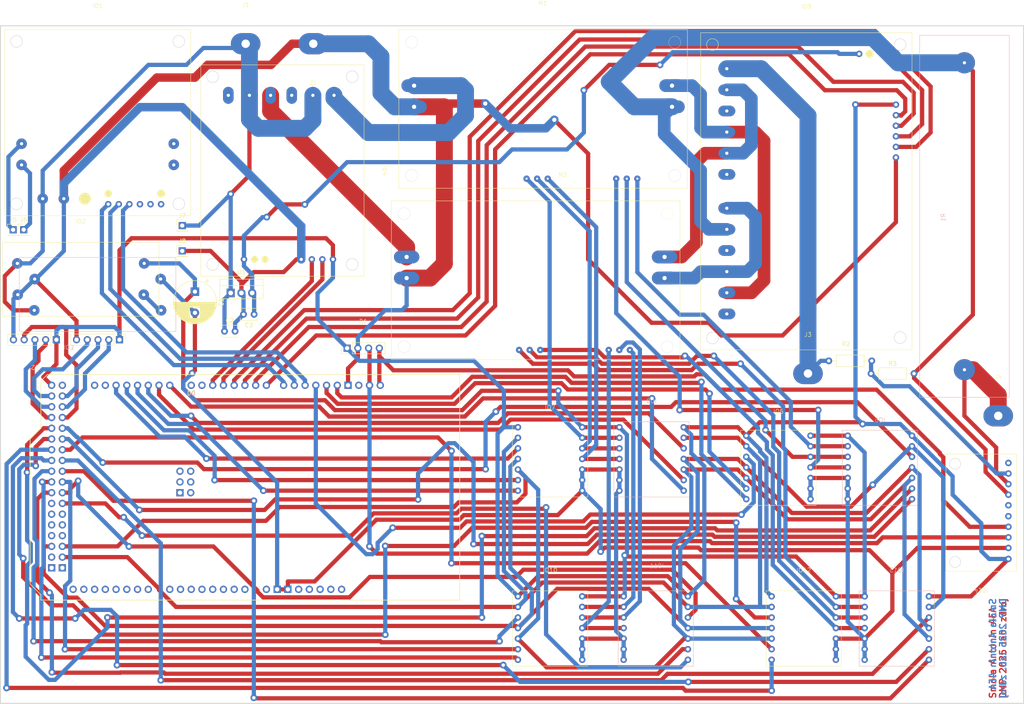
<source format=kicad_pcb>
(kicad_pcb (version 20221018) (generator pcbnew)
  (layers (0 "F.Cu" signal) (31 "B.Cu" signal) (34 "B.Paste" user) (35 "F.Paste" user) (36 "B.SilkS" user "B.Silkscreen") (37 "F.SilkS" user "F.Silkscreen") (38 "B.Mask" user) (39 "F.Mask" user) (44 "Edge.Cuts" user))
  (net 0 "")
  (net 3 "arduino 5v")
  (net 4 "MISO_SDO")
  (net 5 "MOSI_SDI")
  (net 6 "arduino sck")
  (net 9 "12V+")
  (net 29 "Arduino_rele_2x_1")
  (net 30 "Arduino_rele_2x_2")
  (net 31 "Arduino_rele_4x_1")
  (net 32 "Arduino_rele_4x_2")
  (net 33 "Arduino_rele_4x_3")
  (net 34 "Arduino_rele_4x_4")
  (net 35 "Arduino_EnA")
  (net 36 "Arduino_IN1")
  (net 37 "Arduino_IN2")
  (net 38 "arduino_CS_3")
  (net 39 "arduino_WLAT_3")
  (net 40 "arduino_SHDN_3")
  (net 41 "arduino_SHDN_2")
  (net 42 "arduino_WLAT_2")
  (net 43 "arduino_CS_2")
  (net 44 "arduino_SHDN_1")
  (net 45 "arduino_WLAT_1")
  (net 46 "arduino_CS_1")
  (net 49 "Net-(E1-S2)")
  (net 50 "Net-(E1-S1)")
  (net 51 "Net-(E1-KEY)")
  (net 52 "Net-(E2-S2)")
  (net 53 "Net-(E2-S1)")
  (net 54 "Net-(E2-KEY)")
  (net 55 "arduino_CS_4")
  (net 56 "arduino_WLAT_4")
  (net 57 "arduino_SHDN_4")
  (net 58 "arduino_CS_5")
  (net 59 "arduino_WLAT_5")
  (net 60 "arduino_SHDN_5")
  (net 61 "arduino_CS_6")
  (net 62 "arduino_WLAT_6")
  (net 63 "arduino_SHDN_6")
  (net 64 "arduino_CS_7")
  (net 65 "arduino_WLAT_7")
  (net 66 "arduino_SHDN_7")
  (net 67 "arduino_CS_8")
  (net 68 "arduino_WLAT_8")
  (net 69 "arduino_SHDN_8")
  (net 78 "arduino GND3")
  (net 88 "Arduino_SCL")
  (net 89 "Arduino_SDA")
  (net 91 "+30V digipot")
  (net 92 "Net-(IO14-A0)")
  (net 94 "Net-(IO1-OUT1)")
  (net 95 "GNDD")
  (net 96 "JD-VCC")
  (net 98 "Net-(IO1-OUT2)")
  (net 107 "Net-(IO2-GND_OUT)")
  (net 109 "Net-(M2-IN_DC_0-30V)")
  (net 111 "Net-(M1-IN_DC_0-30V)")
  (net 112 "Net-(IO5-P0B)")
  (net 113 "Net-(IO5-P0W)")
  (net 114 "Net-(IO5-P0A)")
  (net 115 "Net-(IO7-P0B)")
  (net 116 "Net-(IO7-P0W)")
  (net 117 "Net-(IO7-P0A)")
  (net 118 "Net-(M1-OUT_DC_0-30V)")
  (net 119 "Net-(M2-OUT_GNDD)")
  (net 120 "Net-(M2-OUT_DC_0-30V)")
  (net 121 "Net-(J3-Pin_1)")
  (net 122 "Net-(IO10-P0B)")
  (net 123 "Net-(IO10-P0W)")
  (net 124 "Net-(IO10-P0A)")
  (net 125 "Net-(IO12-P0B)")
  (net 126 "Net-(IO12-P0W)")
  (net 127 "Net-(IO12-P0A)")
  (net 130 "Net-(IO14-A1)")
  (net 131 "Net-(IO14-A2)")
  (footprint "Connector_PinHeader_2.54mm:PinHeader_1x01_P2.54mm_Vertical" (layer "F.Cu") (at 25 65)
    (fp_text reference "J5")
    (fp_text value "FAN1+")
  )
  (footprint "SMOLA_DMP:H_mustek" (layer "F.Cu") (at 45 12.55)
    (fp_text reference "IO1")
    (fp_text value "H_mustek")
    (fp_circle (center -19.2 7.9) (end -17.8 7.9) (stroke (width 0.1)) (fill none) (layer "Edge.Cuts"))
    (fp_circle (center -19.2 46.3) (end -19.2 44.9) (stroke (width 0.1)) (fill none) (layer "Edge.Cuts"))
    (fp_circle (center 19.2 7.9) (end 19.2 9.3) (stroke (width 0.1)) (fill none) (layer "Edge.Cuts"))
    (fp_circle (center 19.2 46.3) (end 17.8 46.3) (stroke (width 0.1)) (fill none) (layer "Edge.Cuts"))
  )
  (footprint "SMOLA_DMP:CC_&_CV_modul" (layer "F.Cu") (at 148.475 52.425)
    (fp_text reference "M2")
    (fp_text value "~")
    (fp_circle (center -31 8.75) (end -31 7.325) (stroke (width 0.05)) (fill none) (layer "Edge.Cuts"))
    (fp_circle (center -31 40.25) (end -32.425 40.25) (stroke (width 0.05)) (fill none) (layer "Edge.Cuts"))
    (fp_circle (center 31.25 40.25) (end 31.25 41.675) (stroke (width 0.05)) (fill none) (layer "Edge.Cuts"))
  )
  (footprint "Connector_PinHeader_2.54mm:PinHeader_1x01_P2.54mm_Vertical" (layer "F.Cu") (at 27.497525 64.983161)
    (fp_text reference "J6")
    (fp_text value "FAN1-")
  )
  (footprint "SMOLA_DMP:conn" (layer "F.Cu") (at 96 29.7 180)
    (fp_text reference "J2")
    (fp_text value "GND")
  )
  (footprint "SMOLA_DMP:step_up_28V" (layer "F.Cu") (at 41 62.75)
    (fp_text reference "IO2")
    (fp_text value "step_up_28V")
  )
  (footprint "SMOLA_DMP:enkoder" (layer "F.Cu") (at 30.17 97.03 180)
    (fp_text reference "E2")
    (fp_text value "enkoder I")
  )
  (footprint "SMOLA_DMP:rele_2x" (layer "F.Cu") (at 112.4 51 -90)
    (fp_text reference "IO4")
    (fp_text value "rele_2x")
    (fp_circle (center -22.2 7.2) (end -20.8 7.2) (stroke (width 0.1)) (fill none) (layer "Edge.Cuts"))
    (fp_circle (center -22.2 40.2) (end -20.8 40.2) (stroke (width 0.1)) (fill none) (layer "Edge.Cuts"))
    (fp_circle (center 22.2 7.2) (end 23.6 7.2) (stroke (width 0.1)) (fill none) (layer "Edge.Cuts"))
    (fp_circle (center 22.2 40.2) (end 23.6 40.2) (stroke (width 0.1)) (fill none) (layer "Edge.Cuts"))
  )
  (footprint "SMOLA_DMP:MCP41HV51" (layer "F.Cu") (at 206 108)
    (fp_text reference "IO5")
    (fp_text value "MCP41HV51-104E")
  )
  (footprint "Capacitor_THT:C_Disc_D3.8mm_W2.6mm_P2.50mm" (layer "F.Cu") (at 82 85 180)
    (fp_text reference "C3")
    (fp_text value "0,01 µF")
  )
  (footprint "SMOLA_DMP:conn" (layer "F.Cu") (at 80 12.3)
    (fp_text reference "J1")
    (fp_text value "+12v")
  )
  (footprint "SMOLA_DMP:conn" (layer "F.Cu") (at 213 90.3)
    (fp_text reference "J3")
    (fp_text value "out+ regulated")
  )
  (footprint "SMOLA_DMP:conn" (layer "F.Cu") (at 258 100.3)
    (fp_text reference "J4")
    (fp_text value "out-")
  )
  (footprint "Resistor_THT:R_Axial_DIN0207_L6.3mm_D2.5mm_P10.16mm_Horizontal" (layer "F.Cu") (at 227.92 99)
    (fp_text reference "R3")
    (fp_text value "17k8")
  )
  (footprint "SMOLA_DMP:CC_&_CV_modul" (layer "F.Cu") (at 150.2402 11.9138)
    (fp_text reference "M1")
    (fp_text value "~")
    (fp_circle (center -31 8.75) (end -31 7.325) (stroke (width 0.05)) (fill none) (layer "Edge.Cuts"))
    (fp_circle (center -31 40.25) (end -32.425 40.25) (stroke (width 0.05)) (fill none) (layer "Edge.Cuts"))
    (fp_circle (center 31.25 40.25) (end 31.25 41.675) (stroke (width 0.05)) (fill none) (layer "Edge.Cuts"))
  )
  (footprint "SMOLA_DMP:ADS1115" (layer "F.Cu") (at 254 149.75 180)
    (fp_text reference "IO14")
    (fp_text value "ADS1115_I2C")
    (fp_circle (center 6.2 6.2) (end 7.5 6.2) (stroke (width 0.1)) (fill none) (layer "Edge.Cuts"))
    (fp_circle (center 6.2 29.4) (end 7.5 29.4) (stroke (width 0.1)) (fill none) (layer "Edge.Cuts"))
  )
  (footprint "SMOLA_DMP:MCP41HV51" (layer "F.Cu") (at 152 106)
    (fp_text reference "IO7")
    (fp_text value "MCP41HV51-502E")
  )
  (footprint "Connector_PinHeader_2.54mm:PinHeader_1x01_P2.54mm_Vertical" (layer "F.Cu") (at 65 70)
    (fp_text reference "J8")
    (fp_text value "arduino in GNDD")
  )
  (footprint "Connector_PinHeader_2.54mm:PinHeader_1x01_P2.54mm_Vertical" (layer "F.Cu") (at 65 64)
    (fp_text reference "J7")
    (fp_text value "arduino in 12v+")
  )
  (footprint "SMOLA_DMP:enkoder" (layer "F.Cu") (at 45.09 97.03 180)
    (fp_text reference "E1" hide)
    (fp_text value "enkoder U")
  )
  (footprint "SMOLA_DMP:MCP41HV51" (layer "F.Cu") (at 212 146)
    (fp_text reference "IO12")
    (fp_text value "MCP41HV51-502E")
  )
  (footprint "SMOLA_DMP:MCP41HV51" (layer "F.Cu") (at 152 146)
    (fp_text reference "IO10")
    (fp_text value "MCP41HV51-104E")
  )
  (footprint "Capacitor_THT:C_Disc_D3.8mm_W2.6mm_P2.50mm" (layer "F.Cu") (at 75 89)
    (fp_text reference "C2")
    (fp_text value "0,1 µF")
  )
  (footprint "SMOLA_DMP:rele_4x" (layer "F.Cu") (at 212.6 12.7)
    (fp_text reference "IO9")
    (fp_text value "rele_4x")
    (fp_circle (center -22.2 77.9) (end -20.8 77.9) (stroke (width 0.1)) (fill none) (layer "Edge.Cuts"))
    (fp_circle (center 22.2 8.5) (end 23.6 8.5) (stroke (width 0.1)) (fill none) (layer "Edge.Cuts"))
    (fp_circle (center 22.2 77.8) (end 23.6 77.8) (stroke (width 0.1)) (fill none) (layer "Edge.Cuts"))
  )
  (footprint "Capacitor_THT:CP_Radial_D10.0mm_P5.00mm" (layer "F.Cu") (at 68 79.632323 -90)
    (fp_text reference "C1")
    (fp_text value "680uF/50V")
  )
  (footprint "SMOLA_DMP:display" (layer "F.Cu") (at 107.81 87.17)
    (fp_text reference "D1")
    (fp_text value "display")
  )
  (footprint "Package_TO_SOT_THT:TO-220-3_Vertical" (layer "F.Cu") (at 76.46 79.945)
    (fp_text reference "U1")
    (fp_text value "L78S05CV")
  )
  (footprint "Resistor_THT:R_Axial_DIN0207_L6.3mm_D2.5mm_P10.16mm_Horizontal" (layer "F.Cu") (at 217.92 96)
    (fp_text reference "R2")
    (fp_text value "220k")
  )
  (footprint "SMOLA_DMP:arduino_mega" (layer "B.Cu") (at 80.99 90.6818 180)
    (fp_text reference "A1" hide)
    (fp_text value "Arduino_Mega2560_R3_Shield" hide)
  )
  (footprint "SMOLA_DMP:step_up_28V" (layer "B.Cu") (at 45 94.25)
    (fp_text reference "IO3")
    (fp_text value "step_up_28V")
  )
  (footprint "SMOLA_DMP:MCP41HV51" (layer "B.Cu") (at 234 146 180)
    (fp_text reference "IO13")
    (fp_text value "MCP41HV51-502E")
  )
  (footprint "SMOLA_DMP:MCP41HV51" (layer "B.Cu") (at 176 106 180)
    (fp_text reference "IO8")
    (fp_text value "MCP41HV51-502E")
  )
  (footprint "SMOLA_DMP:power_rezistor_100w_0.2R" (layer "B.Cu") (at 231.6 61.9 -90)
    (fp_text reference "R1")
    (fp_text value "0.2R")
  )
  (footprint "SMOLA_DMP:MCP41HV51" (layer "B.Cu") (at 230 108 180)
    (fp_text reference "IO6")
    (fp_text value "MCP41HV51-104E")
  )
  (footprint "SMOLA_DMP:MCP41HV51" (layer "B.Cu") (at 177 146 180)
    (fp_text reference "IO11")
    (fp_text value "MCP41HV51-104E")
  )
  (gr_rect (start 22 16.75) (end 264 177) (stroke (width 0.2)) (fill none) (layer "Edge.Cuts"))
  (gr_text "Smola Antonín 4EA\nDMP 2025 lab. zdroj\n" (at 260 176 90) (layer "F.Cu") (effects (font (size 1.5 1.5) (thickness 0.3) bold) (justify left bottom)))
  (gr_text "Smola Antonín 4EA\nDMP 2025 lab. zdroj\n" (at 260 152 90) (layer "B.Cu") (effects (font (size 1.5 1.5) (thickness 0.3) bold) (justify left bottom mirror)))
  (segment (start 50.16 69.84) (end 50.16 91) (width 1) (layer "F.Cu") (net 3))
  (segment (start 99 67) (end 53 67) (width 1) (layer "F.Cu") (net 3))
  (segment (start 32.16 99.829) (end 35.24 96.749) (width 1) (layer "F.Cu") (net 3))
  (segment (start 241.6 151.7) (end 251.55 151.7) (width 1) (layer "F.Cu") (net 3))
  (segment (start 251.55 151.7) (end 260.4 142.85) (width 1) (layer "F.Cu") (net 3))
  (segment (start 179.826 146.926) (end 149.174 146.926) (width 1) (layer "F.Cu") (net 3))
  (segment (start 34.11 101.779) (end 32.16 99.829) (width 1) (layer "F.Cu") (net 3))
  (segment (start 183.6 111.7) (end 196.4 111.7) (width 1) (layer "F.Cu") (net 3))
  (segment (start 35.24 96.749) (end 35.24 91) (width 1) (layer "F.Cu") (net 3))
  (segment (start 201.5814 110.5186) (end 198.4 113.7) (width 1) (layer "F.Cu") (net 3))
  (segment (start 149.174 146.926) (end 144.4 151.7) (width 1) (layer "F.Cu") (net 3))
  (segment (start 225.5023 110.5186) (end 201.5814 110.5186) (width 1) (layer "F.Cu") (net 3))
  (segment (start 225.9158 110.9321) (end 225.5023 110.5186) (width 1) (layer "F.Cu") (net 3))
  (segment (start 100.65 68.65) (end 99 67) (width 1) (layer "F.Cu") (net 3))
  (segment (start 233.8 35.4) (end 224.2329 35.4) (width 1) (layer "F.Cu") (net 3))
  (segment (start 100.65 72) (end 100.65 68.65) (width 1) (layer "F.Cu") (net 3))
  (segment (start 196.4 111.7) (end 198.4 113.7) (width 1) (layer "F.Cu") (net 3))
  (segment (start 53 67) (end 50.16 69.84) (width 1) (layer "F.Cu") (net 3))
  (segment (start 184.6 151.7) (end 179.826 146.926) (width 1) (layer "F.Cu") (net 3))
  (via (at 225.9158 110.9321) (size 1.6) (drill 0.8) (layers "F.Cu" "B.Cu") (net 3))
  (via (at 224.2329 35.4) (size 1.6) (drill 0.8) (layers "F.Cu" "B.Cu") (net 3))
  (segment (start 247.2076 123.3076) (end 247.2076 127.6576) (width 1) (layer "B.Cu") (net 3))
  (segment (start 224.2329 109.2492) (end 225.9158 110.9321) (width 1) (layer "B.Cu") (net 3))
  (segment (start 224.2329 35.4) (end 224.2329 109.2492) (width 1) (layer "B.Cu") (net 3))
  (segment (start 184.6 151.7) (end 188.4804 147.8196) (width 1) (layer "B.Cu") (net 3))
  (segment (start 49.01 88) (end 50.16 89.15) (width 1) (layer "B.Cu") (net 3))
  (segment (start 254 134.45) (end 254 141) (width 1) (layer "B.Cu") (net 3))
  (segment (start 50.16 89.15) (end 50.16 91) (width 1) (layer "B.Cu") (net 3))
  (segment (start 35.24 91) (end 35.24 88.84) (width 1) (layer "B.Cu") (net 3))
  (segment (start 35.24 88.84) (end 36.08 88) (width 1) (layer "B.Cu") (net 3))
  (segment (start 104 93.076296) (end 106.923704 96) (width 1) (layer "B.Cu") (net 3))
  (segment (start 204.4 151.7) (end 203.1698 150.4698) (width 1) (layer "B.Cu") (net 3))
  (segment (start 100.65 76.35) (end 97 80) (width 1) (layer "B.Cu") (net 3))
  (segment (start 203.1698 118.9435) (end 201.668 117.4417) (width 1) (layer "B.Cu") (net 3))
  (segment (start 237.6 113.7) (end 234.8321 110.9321) (width 1) (layer "B.Cu") (net 3))
  (segment (start 144.4 151.7) (end 139.5817 146.8817) (width 1) (layer "B.Cu") (net 3))
  (segment (start 134 96) (end 141.0836 103.0836) (width 1) (layer "B.Cu") (net 3))
  (segment (start 185.3827 117.8283) (end 185.3827 113.4827) (width 1) (layer "B.Cu") (net 3))
  (segment (start 97 80) (end 97 86) (width 1) (layer "B.Cu") (net 3))
  (segment (start 139.5817 113.2019) (end 141.0836 111.7) (width 1) (layer "B.Cu") (net 3))
  (segment (start 188.4804 120.926) (end 185.3827 117.8283) (width 1) (layer "B.Cu") (net 3))
  (segment (start 185.3827 113.4827) (end 183.6 111.7) (width 1) (layer "B.Cu") (net 3))
  (segment (start 141.0836 103.0836) (end 141.0836 104) (width 1) (layer "B.Cu") (net 3))
  (segment (start 139.5817 146.8817) (end 139.5817 113.2019) (width 1) (layer "B.Cu") (net 3))
  (segment (start 237.6 113.7) (end 247.2076 123.3076) (width 1) (layer "B.Cu") (net 3))
  (segment (start 247.2076 127.6576) (end 254 134.45) (width 1) (layer "B.Cu") (net 3))
  (segment (start 201.668 116.968) (end 198.4 113.7) (width 1) (layer "B.Cu") (net 3))
  (segment (start 234.8321 110.9321) (end 225.9158 110.9321) (width 1) (layer "B.Cu") (net 3))
  (segment (start 255.85 142.85) (end 260.4 142.85) (width 1) (layer "B.Cu") (net 3))
  (segment (start 104 93) (end 104 93.076296) (width 1) (layer "B.Cu") (net 3))
  (segment (start 188.4804 147.8196) (end 188.4804 120.926) (width 1) (layer "B.Cu") (net 3))
  (segment (start 100.65 72) (end 100.65 76.35) (width 1) (layer "B.Cu") (net 3))
  (segment (start 203.1698 150.4698) (end 203.1698 118.9435) (width 1) (layer "B.Cu") (net 3))
  (segment (start 106.923704 96) (end 134 96) (width 1) (layer "B.Cu") (net 3))
  (segment (start 201.668 117.4417) (end 201.668 116.968) (width 1) (layer "B.Cu") (net 3))
  (segment (start 141.0836 111.7) (end 141.0836 104) (width 1) (layer "B.Cu") (net 3))
  (segment (start 254 141) (end 255.85 142.85) (width 1) (layer "B.Cu") (net 3))
  (segment (start 36.08 88) (end 49.01 88) (width 1) (layer "B.Cu") (net 3))
  (segment (start 97 86) (end 104 93) (width 1) (layer "B.Cu") (net 3))
  (segment (start 144.4 111.7) (end 141.0836 111.7) (width 1) (layer "B.Cu") (net 3))
  (segment (start 88.0521 130.5693) (end 84.7805 133.8409) (width 1) (layer "F.Cu") (net 4))
  (segment (start 227.8221 133.4779) (end 208.1779 133.4779) (width 1) (layer "F.Cu") (net 4))
  (segment (start 183.6 121.7) (end 196.4 121.7) (width 1) (layer "F.Cu") (net 4))
  (segment (start 237.6 123.7) (end 227.8221 133.4779) (width 1) (layer "F.Cu") (net 4))
  (segment (start 146.1859 127.4308) (end 144.1441 129.4726) (width 1) (layer "F.Cu") (net 4))
  (segment (start 144.4 121.7) (end 146.1859 123.4859) (width 1) (layer "F.Cu") (net 4))
  (segment (start 49.7181 139.879) (end 36.65 139.879) (width 1) (layer "F.Cu") (net 4))
  (segment (start 196.4 121.7) (end 198.4 123.7) (width 1) (layer "F.Cu") (net 4))
  (segment (start 84.7805 133.8409) (end 55.7562 133.8409) (width 1) (layer "F.Cu") (net 4))
  (segment (start 55.7562 133.8409) (end 49.7181 139.879) (width 1) (layer "F.Cu") (net 4))
  (segment (start 151.1977 168.4977) (end 144.4 161.7) (width 1) (layer "F.Cu") (net 4))
  (segment (start 208.1779 133.4779) (end 198.4 123.7) (width 1) (layer "F.Cu") (net 4))
  (segment (start 184.6 161.7) (end 183.6823 161.7) (width 1) (layer "F.Cu") (net 4))
  (segment (start 176.8846 168.4977) (end 151.1977 168.4977) (width 1) (layer "F.Cu") (net 4))
  (segment (start 144.1441 129.4726) (end 130.3593 129.4726) (width 1) (layer "F.Cu") (net 4))
  (segment (start 130.3593 129.4726) (end 129.2626 130.5693) (width 1) (layer "F.Cu") (net 4))
  (segment (start 129.2626 130.5693) (end 88.0521 130.5693) (width 1) (layer "F.Cu") (net 4))
  (segment (start 183.6823 161.7) (end 176.8846 168.4977) (width 1) (layer "F.Cu") (net 4))
  (segment (start 146.1859 123.4859) (end 146.1859 127.4308) (width 1) (layer "F.Cu") (net 4))
  (segment (start 149.1883 156.9117) (end 149.1883 126.4883) (width 1) (layer "B.Cu") (net 4))
  (segment (start 237.6 123.7) (end 235.8277 125.4723) (width 1) (layer "B.Cu") (net 4))
  (segment (start 235.8277 155.9277) (end 241.6 161.7) (width 1) (layer "B.Cu") (net 4))
  (segment (start 184.6 161.7) (end 204.4 161.7) (width 1) (layer "B.Cu") (net 4))
  (segment (start 235.8277 125.4723) (end 235.8277 155.9277) (width 1) (layer "B.Cu") (net 4))
  (segment (start 185.3963 135.5795) (end 181.2879 139.6879) (width 1) (layer "B.Cu") (net 4))
  (segment (start 183.6 121.7) (end 185.3963 123.4963) (width 1) (layer "B.Cu") (net 4))
  (segment (start 181.2879 158.3879) (end 184.6 161.7) (width 1) (layer "B.Cu") (net 4))
  (segment (start 181.2879 139.6879) (end 181.2879 158.3879) (width 1) (layer "B.Cu") (net 4))
  (segment (start 185.3963 123.4963) (end 185.3963 135.5795) (width 1) (layer "B.Cu") (net 4))
  (segment (start 144.4 161.7) (end 149.1883 156.9117) (width 1) (layer "B.Cu") (net 4))
  (segment (start 149.1883 126.4883) (end 144.4 121.7) (width 1) (layer "B.Cu") (net 4))
  (segment (start 144.4 159.2) (end 153.6702 149.9298) (width 1) (layer "F.Cu") (net 5))
  (segment (start 37.9454 152.0036) (end 32.2445 146.3027) (width 1) (layer "F.Cu") (net 5))
  (segment (start 32.2445 146.3027) (end 32.2445 139.879) (width 1) (layer "F.Cu") (net 5))
  (segment (start 198.4 121.2) (end 209.176 131.976) (width 1) (layer "F.Cu") (net 5))
  (segment (start 175.3298 149.9298) (end 184.6 159.2) (width 1) (layer "F.Cu") (net 5))
  (segment (start 144.4 159.2) (end 143.8981 158.6981) (width 1) (layer "F.Cu") (net 5))
  (segment (start 196.4 119.2) (end 198.4 121.2) (width 1) (layer "F.Cu") (net 5))
  (segment (start 226.824 131.976) (end 237.6 121.2) (width 1) (layer "F.Cu") (net 5))
  (segment (start 143.8981 158.6981) (end 46.7639 158.6981) (width 1) (layer "F.Cu") (net 5))
  (segment (start 34.11 139.879) (end 32.2445 139.879) (width 1) (layer "F.Cu") (net 5))
  (segment (start 40.0694 152.0036) (end 37.9454 152.0036) (width 1) (layer "F.Cu") (net 5))
  (segment (start 153.6702 149.9298) (end 175.3298 149.9298) (width 1) (layer "F.Cu") (net 5))
  (segment (start 183.6 119.2) (end 196.4 119.2) (width 1) (layer "F.Cu") (net 5))
  (segment (start 209.176 131.976) (end 226.824 131.976) (width 1) (layer "F.Cu") (net 5))
  (segment (start 46.7639 158.6981) (end 40.0694 152.0036) (width 1) (layer "F.Cu") (net 5))
  (segment (start 239.3912 122.9912) (end 239.3912 156.9912) (width 1) (layer "B.Cu") (net 5))
  (segment (start 144.4 159.2) (end 147.6864 155.9136) (width 1) (layer "B.Cu") (net 5))
  (segment (start 186.9129 136.2825) (end 186.9129 122.5129) (width 1) (layer "B.Cu") (net 5))
  (segment (start 204.4 159.2) (end 184.6 159.2) (width 1) (layer "B.Cu") (net 5))
  (segment (start 186.9129 122.5129) (end 183.6 119.2) (width 1) (layer "B.Cu") (net 5))
  (segment (start 142.6074 120.9926) (end 144.4 119.2) (width 1) (layer "B.Cu") (net 5))
  (segment (start 182.7898 157.3898) (end 182.7898 140.4056) (width 1) (layer "B.Cu") (net 5))
  (segment (start 237.6 121.2) (end 239.3912 122.9912) (width 1) (layer "B.Cu") (net 5))
  (segment (start 142.6074 144.9866) (end 142.6074 120.9926) (width 1) (layer "B.Cu") (net 5))
  (segment (start 147.6864 155.9136) (end 147.6864 150.0656) (width 1) (layer "B.Cu") (net 5))
  (segment (start 184.6 159.2) (end 182.7898 157.3898) (width 1) (layer "B.Cu") (net 5))
  (segment (start 147.6864 150.0656) (end 142.6074 144.9866) (width 1) (layer "B.Cu") (net 5))
  (segment (start 239.3912 156.9912) (end 241.6 159.2) (width 1) (layer "B.Cu") (net 5))
  (segment (start 182.7898 140.4056) (end 186.9129 136.2825) (width 1) (layer "B.Cu") (net 5))
  (segment (start 144.4 154.2) (end 150.1721 148.4279) (width 1) (layer "F.Cu") (net 6))
  (segment (start 183.6 114.2) (end 196.4 114.2) (width 1) (layer "F.Cu") (net 6))
  (segment (start 52.0247 142.419) (end 36.65 142.419) (width 1) (layer "F.Cu") (net 6))
  (segment (start 63.5267 154.2) (end 59.51 150.1833) (width 1) (layer "F.Cu") (net 6))
  (segment (start 150.1721 148.4279) (end 178.8279 148.4279) (width 1) (layer "F.Cu") (net 6))
  (segment (start 223.1513 130.4741) (end 212.6741 130.4741) (width 1) (layer "F.Cu") (net 6))
  (segment (start 59.51 149.9043) (end 52.0247 142.419) (width 1) (layer "F.Cu") (net 6))
  (segment (start 228.3169 125.3085) (end 223.1513 130.4741) (width 1) (layer "F.Cu") (net 6))
  (segment (start 212.6741 130.4741) (end 198.4 116.2) (width 1) (layer "F.Cu") (net 6))
  (segment (start 59.51 150.1833) (end 59.51 149.9043) (width 1) (layer "F.Cu") (net 6))
  (segment (start 196.4 114.2) (end 198.4 116.2) (width 1) (layer "F.Cu") (net 6))
  (segment (start 144.4 154.2) (end 63.5267 154.2) (width 1) (layer "F.Cu") (net 6))
  (segment (start 178.8279 148.4279) (end 184.6 154.2) (width 1) (layer "F.Cu") (net 6))
  (via (at 228.3169 125.3085) (size 1.6) (drill 0.8) (layers "F.Cu" "B.Cu") (net 6))
  (segment (start 184.6 154.2) (end 201.6679 154.2) (width 1) (layer "B.Cu") (net 6))
  (segment (start 237.6 116.2) (end 245 123.6) (width 1) (layer "B.Cu") (net 6))
  (segment (start 201.6679 154.2) (end 201.6679 119.5656) (width 1) (layer "B.Cu") (net 6))
  (segment (start 237.4254 116.2) (end 228.3169 125.3085) (width 1) (layer "B.Cu") (net 6))
  (segment (start 146.1845 150.79) (end 141.0836 145.6891) (width 1) (layer "B.Cu") (net 6))
  (segment (start 245 123.6) (end 245 152) (width 1) (layer "B.Cu") (net 6))
  (segment (start 245 152) (end 242.8 154.2) (width 1) (layer "B.Cu") (net 6))
  (segment (start 141.0836 117.5164) (end 144.4 114.2) (width 1) (layer "B.Cu") (net 6))
  (segment (start 237.6 116.2) (end 237.4254 116.2) (width 1) (layer "B.Cu") (net 6))
  (segment (start 200.166 118.0637) (end 200.166 117.966) (width 1) (layer "B.Cu") (net 6))
  (segment (start 146.1845 152.4155) (end 146.1845 150.79) (width 1) (layer "B.Cu") (net 6))
  (segment (start 200.166 117.966) (end 198.4 116.2) (width 1) (layer "B.Cu") (net 6))
  (segment (start 201.6679 119.5656) (end 200.166 118.0637) (width 1) (layer "B.Cu") (net 6))
  (segment (start 242.8 154.2) (end 241.6 154.2) (width 1) (layer "B.Cu") (net 6))
  (segment (start 141.0836 145.6891) (end 141.0836 117.5164) (width 1) (layer "B.Cu") (net 6))
  (segment (start 144.4 154.2) (end 146.1845 152.4155) (width 1) (layer "B.Cu") (net 6))
  (segment (start 201.6679 154.2) (end 204.4 154.2) (width 1) (layer "B.Cu") (net 6))
  (segment (start 30 84.05) (end 25.05 84.05) (width 1) (layer "F.Cu") (net 9))
  (segment (start 76.46 56.54) (end 80.9 52.1) (width 1) (layer "F.Cu") (net 9))
  (segment (start 80.9 52.1) (end 80.9 33.2) (width 1) (layer "F.Cu") (net 9))
  (segment (start 25.05 84.05) (end 23 82) (width 1) (layer "F.Cu") (net 9))
  (segment (start 23 75.95) (end 26 72.95) (width 1) (layer "F.Cu") (net 9))
  (segment (start 23 82) (end 23 75.95) (width 1) (layer "F.Cu") (net 9))
  (via (at 76.46 56.54) (size 1.6) (drill 0.8) (layers "F.Cu" "B.Cu") (net 9))
  (segment (start 80.9 33.2) (end 80.9 21.9) (width 4) (layer "B.Cu") (net 9))
  (segment (start 95.9 39.1) (end 95.9 33.2) (width 4) (layer "B.Cu") (net 9))
  (segment (start 69 64) (end 76.46 56.54) (width 1) (layer "B.Cu") (net 9))
  (segment (start 70 22) (end 79 22) (width 1) (layer "B.Cu") (net 9))
  (segment (start 65 64) (end 69 64) (width 1) (layer "B.Cu") (net 9))
  (segment (start 80.9 38.9) (end 83 41) (width 4) (layer "B.Cu") (net 9))
  (segment (start 80.9 21.9) (end 80 21) (width 4) (layer "B.Cu") (net 9))
  (segment (start 94 41) (end 95.9 39.1) (width 4) (layer "B.Cu") (net 9))
  (segment (start 83 41) (end 94 41) (width 4) (layer "B.Cu") (net 9))
  (segment (start 32 70) (end 32 57.65) (width 1) (layer "B.Cu") (net 9))
  (segment (start 75 81.405) (end 76.46 79.945) (width 1) (layer "B.Cu") (net 9))
  (segment (start 80.9 33.2) (end 80.9 38.9) (width 4) (layer "B.Cu") (net 9))
  (segment (start 26 72.95) (end 29.05 72.95) (width 1) (layer "B.Cu") (net 9))
  (segment (start 32 57.65) (end 32 51) (width 1) (layer "B.Cu") (net 9))
  (segment (start 66 26) (end 70 22) (width 1) (layer "B.Cu") (net 9))
  (segment (start 76.46 79.945) (end 76.46 56.54) (width 1) (layer "B.Cu") (net 9))
  (segment (start 57 26) (end 66 26) (width 1) (layer "B.Cu") (net 9))
  (segment (start 32 51) (end 57 26) (width 1) (layer "B.Cu") (net 9))
  (segment (start 79 22) (end 80 21) (width 1) (layer "B.Cu") (net 9))
  (segment (start 75 89) (end 75 81.405) (width 1) (layer "B.Cu") (net 9))
  (segment (start 76.46 56.54) (end 76.5 56.5) (width 1) (layer "B.Cu") (net 9))
  (segment (start 29.05 72.95) (end 32 70) (width 1) (layer "B.Cu") (net 9))
  (segment (start 72.21 100.558) (end 72.21 101.779) (width 1) (layer "F.Cu") (net 29))
  (segment (start 95.65 77.1177) (end 72.21 100.558) (width 1) (layer "F.Cu") (net 29))
  (segment (start 95.65 72) (end 95.65 77.1177) (width 1) (layer "F.Cu") (net 29))
  (segment (start 74.75 100.139) (end 74.75 101.779) (width 1) (layer "F.Cu") (net 30))
  (segment (start 98.15 72) (end 98.15 76.739) (width 1) (layer "F.Cu") (net 30))
  (segment (start 98.15 76.739) (end 74.75 100.139) (width 1) (layer "F.Cu") (net 30))
  (segment (start 93.8477 84) (end 129 84) (width 1) (layer "F.Cu") (net 31))
  (segment (start 242 42) (end 238.6 45.4) (width 1) (layer "F.Cu") (net 31))
  (segment (start 158 18) (end 228.905 18) (width 1) (layer "F.Cu") (net 31))
  (segment (start 77.29 101.779) (end 77.29 100.558) (width 1) (layer "F.Cu") (net 31))
  (segment (start 242 31.0948) (end 242 42) (width 1) (layer "F.Cu") (net 31))
  (segment (start 238.6 45.4) (end 233.8 45.4) (width 1) (layer "F.Cu") (net 31))
  (segment (start 133 80) (end 133 43) (width 1) (layer "F.Cu") (net 31))
  (segment (start 133 43) (end 158 18) (width 1) (layer "F.Cu") (net 31))
  (segment (start 129 84) (end 133 80) (width 1) (layer "F.Cu") (net 31))
  (segment (start 77.29 100.558) (end 93.8477 84) (width 1) (layer "F.Cu") (net 31))
  (segment (start 228.905 18) (end 242 31.0948) (width 1) (layer "F.Cu") (net 31))
  (segment (start 228 20) (end 159 20) (width 1) (layer "F.Cu") (net 32))
  (segment (start 159 20) (end 135 44) (width 1) (layer "F.Cu") (net 32))
  (segment (start 94.3877 86) (end 79.83 100.558) (width 1) (layer "F.Cu") (net 32))
  (segment (start 240 40) (end 240 32) (width 1) (layer "F.Cu") (net 32))
  (segment (start 237.1 42.9) (end 240 40) (width 1) (layer "F.Cu") (net 32))
  (segment (start 135 44) (end 135 81) (width 1) (layer "F.Cu") (net 32))
  (segment (start 135 81) (end 130 86) (width 1) (layer "F.Cu") (net 32))
  (segment (start 240 32) (end 228 20) (width 1) (layer "F.Cu") (net 32))
  (segment (start 233.8 42.9) (end 237.1 42.9) (width 1) (layer "F.Cu") (net 32))
  (segment (start 79.83 100.558) (end 79.83 101.779) (width 1) (layer "F.Cu") (net 32))
  (segment (start 130 86) (end 94.3877 86) (width 1) (layer "F.Cu") (net 32))
  (segment (start 210.67 21.6705) (end 160.33 21.6705) (width 1) (layer "F.Cu") (net 33))
  (segment (start 238 37.5) (end 238 32.5607) (width 1) (layer "F.Cu") (net 33))
  (segment (start 137 45) (end 137 82) (width 1) (layer "F.Cu") (net 33))
  (segment (start 233.8 40.4) (end 235.1 40.4) (width 1) (layer "F.Cu") (net 33))
  (segment (start 219 30) (end 210.67 21.6705) (width 1) (layer "F.Cu") (net 33))
  (segment (start 137 82) (end 131 88) (width 1) (layer "F.Cu") (net 33))
  (segment (start 235.1 40.4) (end 238 37.5) (width 1) (layer "F.Cu") (net 33))
  (segment (start 131 88) (end 94.9277 88) (width 1) (layer "F.Cu") (net 33))
  (segment (start 235.439 30) (end 219 30) (width 1) (layer "F.Cu") (net 33))
  (segment (start 160.33 21.6705) (end 137 45) (width 1) (layer "F.Cu") (net 33))
  (segment (start 94.9277 88) (end 82.37 100.558) (width 1) (layer "F.Cu") (net 33))
  (segment (start 82.37 100.558) (end 82.37 101.779) (width 1) (layer "F.Cu") (net 33))
  (segment (start 238 32.5607) (end 235.439 30) (width 1) (layer "F.Cu") (net 33))
  (segment (start 234 32) (end 217 32) (width 1) (layer "F.Cu") (net 34))
  (segment (start 161.5 23.5) (end 139 46) (width 1) (layer "F.Cu") (net 34))
  (segment (start 139 46) (end 139 83) (width 1) (layer "F.Cu") (net 34))
  (segment (start 235 38) (end 236 37) (width 1) (layer "F.Cu") (net 34))
  (segment (start 96.689 90) (end 84.91 101.779) (width 1) (layer "F.Cu") (net 34))
  (segment (start 139 83) (end 132 90) (width 1) (layer "F.Cu") (net 34))
  (segment (start 208.5 23.5) (end 161.5 23.5) (width 1) (layer "F.Cu") (net 34))
  (segment (start 132 90) (end 96.689 90) (width 1) (layer "F.Cu") (net 34))
  (segment (start 236 34) (end 234 32) (width 1) (layer "F.Cu") (net 34))
  (segment (start 234.9 37.9) (end 235 38) (width 1) (layer "F.Cu") (net 34))
  (segment (start 233.8 37.9) (end 234.9 37.9) (width 1) (layer "F.Cu") (net 34))
  (segment (start 217 32) (end 208.5 23.5) (width 1) (layer "F.Cu") (net 34))
  (segment (start 236 37) (end 236 34) (width 1) (layer "F.Cu") (net 34))
  (segment (start 85 97) (end 63 97) (width 1) (layer "B.Cu") (net 35))
  (segment (start 46 60.45) (end 47.5 58.95) (width 1) (layer "B.Cu") (net 35))
  (segment (start 88.974 100.974) (end 85 97) (width 1) (layer "B.Cu") (net 35))
  (segment (start 88.974 101.779) (end 88.974 100.974) (width 1) (layer "B.Cu") (net 35))
  (segment (start 63 97) (end 46 80) (width 1) (layer "B.Cu") (net 35))
  (segment (start 46 80) (end 46 60.45) (width 1) (layer "B.Cu") (net 35))
  (segment (start 48 79) (end 48 60.95) (width 1) (layer "B.Cu") (net 36))
  (segment (start 48 60.95) (end 50 58.95) (width 1) (layer "B.Cu") (net 36))
  (segment (start 86.4563 95.5) (end 64.5 95.5) (width 1) (layer "B.Cu") (net 36))
  (segment (start 64.5 95.5) (end 48 79) (width 1) (layer "B.Cu") (net 36))
  (segment (start 91.514 101.779) (end 91.514 100.558) (width 1) (layer "B.Cu") (net 36))
  (segment (start 91.514 100.558) (end 86.4563 95.5) (width 1) (layer "B.Cu") (net 36))
  (segment (start 52.5 58.95) (end 51 60.45) (width 1) (layer "B.Cu") (net 37))
  (segment (start 66 94) (end 87.4963 94) (width 1) (layer "B.Cu") (net 37))
  (segment (start 87.4963 94) (end 94.054 100.558) (width 1) (layer "B.Cu") (net 37))
  (segment (start 94.054 100.558) (end 94.054 101.779) (width 1) (layer "B.Cu") (net 37))
  (segment (start 51 60.45) (end 51 79) (width 1) (layer "B.Cu") (net 37))
  (segment (start 51 79) (end 66 94) (width 1) (layer "B.Cu") (net 37))
  (segment (start 130.7237 135.4802) (end 114.7742 135.4802) (width 1) (layer "F.Cu") (net 38))
  (segment (start 132.2256 133.9783) (end 130.7237 135.4802) (width 1) (layer "F.Cu") (net 38))
  (segment (start 159.8546 133.9783) (end 132.2256 133.9783) (width 1) (layer "F.Cu") (net 38))
  (segment (start 161.4801 132.3528) (end 159.8546 133.9783) (width 1) (layer "F.Cu") (net 38))
  (segment (start 197.256 132.3528) (end 161.4801 132.3528) (width 1) (layer "F.Cu") (net 38))
  (via (at 114.7742 135.4802) (size 1.6) (drill 0.8) (layers "F.Cu" "B.Cu") (net 38))
  (via (at 197.256 132.3528) (size 1.6) (drill 0.8) (layers "F.Cu" "B.Cu") (net 38))
  (segment (start 96.594 129.7735) (end 96.594 101.779) (width 1) (layer "B.Cu") (net 38))
  (segment (start 111.2145 140.5255) (end 110.0245 141.7155) (width 1) (layer "B.Cu") (net 38))
  (segment (start 110.0245 141.7155) (end 108.536 141.7155) (width 1) (layer "B.Cu") (net 38))
  (segment (start 111.2145 139.0399) (end 111.2145 140.5255) (width 1) (layer "B.Cu") (net 38))
  (segment (start 200.166 129.4428) (end 197.256 132.3528) (width 1) (layer "B.Cu") (net 38))
  (segment (start 108.536 141.7155) (end 96.594 129.7735) (width 1) (layer "B.Cu") (net 38))
  (segment (start 114.7742 135.4802) (end 111.2145 139.0399) (width 1) (layer "B.Cu") (net 38))
  (segment (start 198.4 118.7) (end 200.166 120.466) (width 1) (layer "B.Cu") (net 38))
  (segment (start 200.166 120.466) (end 200.166 129.4428) (width 1) (layer "B.Cu") (net 38))
  (segment (start 156.1888 102.7781) (end 154.6867 101.276) (width 1) (layer "F.Cu") (net 39))
  (segment (start 134.2957 101.276) (end 129.4195 106.1522) (width 1) (layer "F.Cu") (net 39))
  (segment (start 101.7269 106.1522) (end 99.2192 103.6445) (width 1) (layer "F.Cu") (net 39))
  (segment (start 99.2192 103.6445) (end 99.134 103.6445) (width 1) (layer "F.Cu") (net 39))
  (segment (start 189.7009 103.7447) (end 188.7343 102.7781) (width 1) (layer "F.Cu") (net 39))
  (segment (start 99.134 101.779) (end 99.134 103.6445) (width 1) (layer "F.Cu") (net 39))
  (segment (start 129.4195 106.1522) (end 101.7269 106.1522) (width 1) (layer "F.Cu") (net 39))
  (segment (start 188.7343 102.7781) (end 156.1888 102.7781) (width 1) (layer "F.Cu") (net 39))
  (segment (start 154.6867 101.276) (end 134.2957 101.276) (width 1) (layer "F.Cu") (net 39))
  (via (at 189.7009 103.7447) (size 1.6) (drill 0.8) (layers "F.Cu" "B.Cu") (net 39))
  (segment (start 189.7009 117.5009) (end 189.7009 103.7447) (width 1) (layer "B.Cu") (net 39))
  (segment (start 198.4 126.2) (end 189.7009 117.5009) (width 1) (layer "B.Cu") (net 39))
  (segment (start 102.6798 104.6503) (end 101.674 103.6445) (width 1) (layer "F.Cu") (net 40))
  (segment (start 187.5589 101.2011) (end 157.0746 101.2011) (width 1) (layer "F.Cu") (net 40))
  (segment (start 128.7009 104.6503) (end 102.6798 104.6503) (width 1) (layer "F.Cu") (net 40))
  (segment (start 101.674 101.779) (end 101.674 103.6445) (width 1) (layer "F.Cu") (net 40))
  (segment (start 187.784 100.976) (end 187.5589 101.2011) (width 1) (layer "F.Cu") (net 40))
  (segment (start 155.6476 99.7741) (end 133.5771 99.7741) (width 1) (layer "F.Cu") (net 40))
  (segment (start 133.5771 99.7741) (end 128.7009 104.6503) (width 1) (layer "F.Cu") (net 40))
  (segment (start 157.0746 101.2011) (end 155.6476 99.7741) (width 1) (layer "F.Cu") (net 40))
  (via (at 187.784 100.976) (size 1.6) (drill 0.8) (layers "F.Cu" "B.Cu") (net 40))
  (segment (start 187.784 118.084) (end 187.784 100.976) (width 1) (layer "B.Cu") (net 40))
  (segment (start 198.4 128.7) (end 187.784 118.084) (width 1) (layer "B.Cu") (net 40))
  (segment (start 131.8438 109.1695) (end 136.1334 104.8799) (width 1) (layer "F.Cu") (net 41))
  (segment (start 136.1334 104.8799) (end 176.0955 104.8799) (width 1) (layer "F.Cu") (net 41))
  (segment (start 62.05 101.779) (end 67.0897 106.8187) (width 1) (layer "F.Cu") (net 41))
  (segment (start 67.0897 106.8187) (end 97.3951 106.8187) (width 1) (layer "F.Cu") (net 41))
  (segment (start 99.7459 109.1695) (end 131.8438 109.1695) (width 1) (layer "F.Cu") (net 41))
  (segment (start 97.3951 106.8187) (end 99.7459 109.1695) (width 1) (layer "F.Cu") (net 41))
  (via (at 176.0955 104.8799) (size 1.6) (drill 0.8) (layers "F.Cu" "B.Cu") (net 41))
  (segment (start 183.6 126.7) (end 176.0955 119.1955) (width 1) (layer "B.Cu") (net 41))
  (segment (start 176.0955 119.1955) (end 176.0955 104.8799) (width 1) (layer "B.Cu") (net 41))
  (segment (start 142.6123 109.9144) (end 169.3144 109.9144) (width 1) (layer "F.Cu") (net 42))
  (segment (start 67.741 112.2525) (end 140.2742 112.2525) (width 1) (layer "F.Cu") (net 42))
  (segment (start 140.2742 112.2525) (end 142.6123 109.9144) (width 1) (layer "F.Cu") (net 42))
  (segment (start 59.51 103.6445) (end 59.51 104.0215) (width 1) (layer "F.Cu") (net 42))
  (segment (start 169.3144 109.9144) (end 183.6 124.2) (width 1) (layer "F.Cu") (net 42))
  (segment (start 59.51 104.0215) (end 67.741 112.2525) (width 1) (layer "F.Cu") (net 42))
  (segment (start 59.51 101.779) (end 59.51 103.6445) (width 1) (layer "F.Cu") (net 42))
  (segment (start 67.0699 109.0016) (end 68.7469 110.6786) (width 1) (layer "F.Cu") (net 43))
  (segment (start 175.3006 108.4006) (end 183.6 116.7) (width 1) (layer "F.Cu") (net 43))
  (segment (start 139.724 110.6786) (end 142.002 108.4006) (width 1) (layer "F.Cu") (net 43))
  (segment (start 142.002 108.4006) (end 175.3006 108.4006) (width 1) (layer "F.Cu") (net 43))
  (segment (start 68.7469 110.6786) (end 139.724 110.6786) (width 1) (layer "F.Cu") (net 43))
  (via (at 67.0699 109.0016) (size 1.6) (drill 0.8) (layers "F.Cu" "B.Cu") (net 43))
  (segment (start 56.97 103.6445) (end 62.3271 109.0016) (width 1) (layer "B.Cu") (net 43))
  (segment (start 56.97 101.779) (end 56.97 103.6445) (width 1) (layer "B.Cu") (net 43))
  (segment (start 62.3271 109.0016) (end 67.0699 109.0016) (width 1) (layer "B.Cu") (net 43))
  (segment (start 144.4 126.7) (end 84.1869 126.7) (width 1) (layer "F.Cu") (net 44))
  (via (at 84.1869 126.7) (size 1.6) (drill 0.8) (layers "F.Cu" "B.Cu") (net 44))
  (segment (start 54.43 103.6445) (end 61.704 110.9185) (width 1) (layer "B.Cu") (net 44))
  (segment (start 54.43 101.779) (end 54.43 103.6445) (width 1) (layer "B.Cu") (net 44))
  (segment (start 61.704 110.9185) (end 68.4054 110.9185) (width 1) (layer "B.Cu") (net 44))
  (segment (start 68.4054 110.9185) (end 84.1869 126.7) (width 1) (layer "B.Cu") (net 44))
  (segment (start 144.4 124.2) (end 72.6697 124.2) (width 1) (layer "F.Cu") (net 45))
  (via (at 72.6697 124.2) (size 1.6) (drill 0.8) (layers "F.Cu" "B.Cu") (net 45))
  (segment (start 66.6048 112.4204) (end 72.6697 118.4853) (width 1) (layer "B.Cu") (net 45))
  (segment (start 51.89 103.6445) (end 60.6659 112.4204) (width 1) (layer "B.Cu") (net 45))
  (segment (start 51.89 101.779) (end 51.89 103.6445) (width 1) (layer "B.Cu") (net 45))
  (segment (start 60.6659 112.4204) (end 66.6048 112.4204) (width 1) (layer "B.Cu") (net 45))
  (segment (start 72.6697 118.4853) (end 72.6697 124.2) (width 1) (layer "B.Cu") (net 45))
  (segment (start 141.9896 119.1104) (end 144.4 116.7) (width 1) (layer "F.Cu") (net 46))
  (segment (start 70.7271 119.1104) (end 141.9896 119.1104) (width 1) (layer "F.Cu") (net 46))
  (via (at 70.7271 119.1104) (size 1.6) (drill 0.8) (layers "F.Cu" "B.Cu") (net 46))
  (segment (start 49.35 101.779) (end 49.35 103.6445) (width 1) (layer "B.Cu") (net 46))
  (segment (start 49.35 103.6445) (end 59.6278 113.9223) (width 1) (layer "B.Cu") (net 46))
  (segment (start 65.539 113.9223) (end 70.7271 119.1104) (width 1) (layer "B.Cu") (net 46))
  (segment (start 59.6278 113.9223) (end 65.539 113.9223) (width 1) (layer "B.Cu") (net 46))
  (segment (start 40 98) (end 45.08 92.92) (width 1) (layer "B.Cu") (net 49))
  (segment (start 37.8713 104.319) (end 40 102.19) (width 1) (layer "B.Cu") (net 49))
  (segment (start 45.08 92.92) (end 45.08 91) (width 1) (layer "B.Cu") (net 49))
  (segment (start 36.65 104.319) (end 37.8713 104.319) (width 1) (layer "B.Cu") (net 49))
  (segment (start 40 102.19) (end 40 98) (width 1) (layer "B.Cu") (net 49))
  (segment (start 42.54 92.2021) (end 42.54 91) (width 1) (layer "B.Cu") (net 50))
  (segment (start 36.7421 98) (end 42.54 92.2021) (width 1) (layer "B.Cu") (net 50))
  (segment (start 30 100) (end 32 98) (width 1) (layer "B.Cu") (net 50))
  (segment (start 32 98) (end 36.7421 98) (width 1) (layer "B.Cu") (net 50))
  (segment (start 30 103) (end 30 100) (width 1) (layer "B.Cu") (net 50))
  (segment (start 34.11 104.319) (end 31.319 104.319) (width 1) (layer "B.Cu") (net 50))
  (segment (start 31.319 104.319) (end 30 103) (width 1) (layer "B.Cu") (net 50))
  (segment (start 47.62 93.38) (end 47.62 91) (width 1) (layer "B.Cu") (net 51))
  (segment (start 42 102.73) (end 42 99) (width 1) (layer "B.Cu") (net 51))
  (segment (start 42 99) (end 47.62 93.38) (width 1) (layer "B.Cu") (net 51))
  (segment (start 37.8713 106.859) (end 42 102.73) (width 1) (layer "B.Cu") (net 51))
  (segment (start 36.65 106.859) (end 37.8713 106.859) (width 1) (layer "B.Cu") (net 51))
  (segment (start 28 103.121) (end 28 98) (width 1) (layer "B.Cu") (net 52))
  (segment (start 34.11 106.859) (end 31.7377 106.859) (width 1) (layer "B.Cu") (net 52))
  (segment (start 31.7377 106.859) (end 28 103.121) (width 1) (layer "B.Cu") (net 52))
  (segment (start 30.16 95.84) (end 30.16 91) (width 1) (layer "B.Cu") (net 52))
  (segment (start 28 98) (end 30.16 95.84) (width 1) (layer "B.Cu") (net 52))
  (segment (start 27.62 89.7979) (end 29.4179 88) (width 1) (layer "F.Cu") (net 53))
  (segment (start 29.4179 88) (end 37.08 88) (width 1) (layer "F.Cu") (net 53))
  (segment (start 40 97) (end 40 107.27) (width 1) (layer "F.Cu") (net 53))
  (segment (start 27.62 91) (end 27.62 89.7979) (width 1) (layer "F.Cu") (net 53))
  (segment (start 37.08 88) (end 37.5532 88.4732) (width 1) (layer "F.Cu") (net 53))
  (segment (start 37.5532 88.4732) (end 37.5532 94.5532) (width 1) (layer "F.Cu") (net 53))
  (segment (start 40 107.27) (end 37.8713 109.399) (width 1) (layer "F.Cu") (net 53))
  (segment (start 37.5532 94.5532) (end 40 97) (width 1) (layer "F.Cu") (net 53))
  (segment (start 37.8713 109.399) (end 36.65 109.399) (width 1) (layer "F.Cu") (net 53))
  (segment (start 31 93.9021) (end 32.7 92.2021) (width 1) (layer "F.Cu") (net 54))
  (segment (start 31 96) (end 31 93.9021) (width 1) (layer "F.Cu") (net 54))
  (segment (start 29.62 97.38) (end 31 96) (width 1) (layer "F.Cu") (net 54))
  (segment (start 29.62 106.13) (end 29.62 97.38) (width 1) (layer "F.Cu") (net 54))
  (segment (start 32.8887 109.399) (end 29.62 106.13) (width 1) (layer "F.Cu") (net 54))
  (segment (start 32.7 92.2021) (end 32.7 91) (width 1) (layer "F.Cu") (net 54))
  (segment (start 34.11 109.399) (end 32.8887 109.399) (width 1) (layer "F.Cu") (net 54))
  (segment (start 70.1291 121.6134) (end 68.5679 120.0522) (width 1) (layer "F.Cu") (net 55))
  (segment (start 237.6 118.7) (end 224.6803 105.7803) (width 1) (layer "F.Cu") (net 55))
  (segment (start 224.6803 105.7803) (end 181.7613 105.7803) (width 1) (layer "F.Cu") (net 55))
  (segment (start 180.6429 106.8987) (end 140.2765 106.8987) (width 1) (layer "F.Cu") (net 55))
  (segment (start 181.7613 105.7803) (end 180.6429 106.8987) (width 1) (layer "F.Cu") (net 55))
  (segment (start 136.7399 121.6134) (end 70.1291 121.6134) (width 1) (layer "F.Cu") (net 55))
  (segment (start 68.5679 120.0522) (end 46.2 120.0522) (width 1) (layer "F.Cu") (net 55))
  (segment (start 140.2765 106.8987) (end 139.1667 108.0085) (width 1) (layer "F.Cu") (net 55))
  (via (at 136.7399 121.6134) (size 1.6) (drill 0.8) (layers "F.Cu" "B.Cu") (net 55))
  (via (at 46.2 120.0522) (size 1.6) (drill 0.8) (layers "F.Cu" "B.Cu") (net 55))
  (via (at 139.1667 108.0085) (size 1.6) (drill 0.8) (layers "F.Cu" "B.Cu") (net 55))
  (segment (start 40.1478 114) (end 46.2 120.0522) (width 1) (layer "B.Cu") (net 55))
  (segment (start 136.7399 121.6134) (end 136.7399 110.4353) (width 1) (layer "B.Cu") (net 55))
  (segment (start 37.939 111.939) (end 40 114) (width 1) (layer "B.Cu") (net 55))
  (segment (start 136.7399 110.4353) (end 139.1667 108.0085) (width 1) (layer "B.Cu") (net 55))
  (segment (start 40 114) (end 40.1478 114) (width 1) (layer "B.Cu") (net 55))
  (segment (start 36.65 111.939) (end 37.939 111.939) (width 1) (layer "B.Cu") (net 55))
  (segment (start 28.3149 115.8686) (end 28.3149 122.3792) (width 1) (layer "F.Cu") (net 56))
  (segment (start 160.6301 137.4508) (end 162.4805 135.6004) (width 1) (layer "F.Cu") (net 56))
  (segment (start 227.6929 136.1071) (end 237.6 126.2) (width 1) (layer "F.Cu") (net 56))
  (segment (start 191.5317 136.1071) (end 227.6929 136.1071) (width 1) (layer "F.Cu") (net 56))
  (segment (start 135.8588 137.4508) (end 160.6301 137.4508) (width 1) (layer "F.Cu") (net 56))
  (segment (start 32.2445 111.939) (end 28.3149 115.8686) (width 1) (layer "F.Cu") (net 56))
  (segment (start 162.4805 135.6004) (end 191.025 135.6004) (width 1) (layer "F.Cu") (net 56))
  (segment (start 191.025 135.6004) (end 191.5317 136.1071) (width 1) (layer "F.Cu") (net 56))
  (segment (start 34.11 111.939) (end 32.2445 111.939) (width 1) (layer "F.Cu") (net 56))
  (segment (start 135.8588 156.7) (end 47.3141 156.7) (width 1) (layer "F.Cu") (net 56))
  (via (at 47.3141 156.7) (size 1.6) (drill 0.8) (layers "F.Cu" "B.Cu") (net 56))
  (via (at 135.8588 156.7) (size 1.6) (drill 0.8) (layers "F.Cu" "B.Cu") (net 56))
  (via (at 28.3149 122.3792) (size 1.6) (drill 0.8) (layers "F.Cu" "B.Cu") (net 56))
  (via (at 135.8588 137.4508) (size 1.6) (drill 0.8) (layers "F.Cu" "B.Cu") (net 56))
  (segment (start 28.3149 138.4565) (end 29.1882 139.3298) (width 1) (layer "B.Cu") (net 56))
  (segment (start 47.3141 159.0545) (end 47.3141 156.7) (width 1) (layer "B.Cu") (net 56))
  (segment (start 27.9643 158.5322) (end 27.9643 165.9802) (width 1) (layer "B.Cu") (net 56))
  (segment (start 29.1882 143.4641) (end 28.3149 144.3374) (width 1) (layer "B.Cu") (net 56))
  (segment (start 28.3149 144.3374) (end 28.3149 158.1816) (width 1) (layer "B.Cu") (net 56))
  (segment (start 28.3149 122.3792) (end 28.3149 138.4565) (width 1) (layer "B.Cu") (net 56))
  (segment (start 135.8588 156.7) (end 135.8588 137.4508) (width 1) (layer "B.Cu") (net 56))
  (segment (start 29.1882 139.3298) (end 29.1882 143.4641) (width 1) (layer "B.Cu") (net 56))
  (segment (start 28.3149 158.1816) (end 27.9643 158.5322) (width 1) (layer "B.Cu") (net 56))
  (segment (start 34.9132 171.4554) (end 47.3141 159.0545) (width 1) (layer "B.Cu") (net 56))
  (segment (start 33.4395 171.4554) (end 34.9132 171.4554) (width 1) (layer "B.Cu") (net 56))
  (segment (start 27.9643 165.9802) (end 33.4395 171.4554) (width 1) (layer "B.Cu") (net 56))
  (segment (start 237.6 128.7) (end 228.691 137.609) (width 1) (layer "F.Cu") (net 57))
  (segment (start 190.9096 137.609) (end 190.4029 137.1023) (width 1) (layer "F.Cu") (net 57))
  (segment (start 190.4029 137.1023) (end 163.1026 137.1023) (width 1) (layer "F.Cu") (net 57))
  (segment (start 163.1026 137.1023) (end 160.8874 139.3175) (width 1) (layer "F.Cu") (net 57))
  (segment (start 84.4816 131.2655) (end 54.865 131.2655) (width 1) (layer "F.Cu") (net 57))
  (segment (start 160.8874 139.3175) (end 133.898 139.3175) (width 1) (layer "F.Cu") (net 57))
  (segment (start 86.9798 128.7673) (end 84.4816 131.2655) (width 1) (layer "F.Cu") (net 57))
  (segment (start 228.691 137.609) (end 190.9096 137.609) (width 1) (layer "F.Cu") (net 57))
  (segment (start 120.7713 128.7673) (end 86.9798 128.7673) (width 1) (layer "F.Cu") (net 57))
  (via (at 133.898 139.3175) (size 1.6) (drill 0.8) (layers "F.Cu" "B.Cu") (net 57))
  (via (at 54.865 131.2655) (size 1.6) (drill 0.8) (layers "F.Cu" "B.Cu") (net 57))
  (via (at 120.7713 128.7673) (size 1.6) (drill 0.8) (layers "F.Cu" "B.Cu") (net 57))
  (segment (start 129.4482 115.4752) (end 133.898 119.925) (width 1) (layer "B.Cu") (net 57))
  (segment (start 133.898 119.925) (end 133.898 139.3175) (width 1) (layer "B.Cu") (net 57))
  (segment (start 38.0785 114.479) (end 54.865 131.2655) (width 1) (layer "B.Cu") (net 57))
  (segment (start 36.65 114.479) (end 38.0785 114.479) (width 1) (layer "B.Cu") (net 57))
  (segment (start 120.7713 128.7673) (end 120.7713 122.6347) (width 1) (layer "B.Cu") (net 57))
  (segment (start 127.9308 115.4752) (end 129.4482 115.4752) (width 1) (layer "B.Cu") (net 57))
  (segment (start 120.7713 122.6347) (end 127.9308 115.4752) (width 1) (layer "B.Cu") (net 57))
  (segment (start 34.0143 153.8198) (end 39.1872 153.8198) (width 1) (layer "F.Cu") (net 58))
  (segment (start 161.8699 134.087) (end 195.8241 134.087) (width 1) (layer "F.Cu") (net 58))
  (segment (start 39.1872 153.8198) (end 46.1182 160.7508) (width 1) (layer "F.Cu") (net 58))
  (segment (start 30.3457 116.3778) (end 30.3457 120.829) (width 1) (layer "F.Cu") (net 58))
  (segment (start 133.598 135.4802) (end 160.4767 135.4802) (width 1) (layer "F.Cu") (net 58))
  (segment (start 204.4 156.7) (end 200.4345 156.7) (width 1) (layer "F.Cu") (net 58))
  (segment (start 46.1182 160.7508) (end 113.0164 160.7508) (width 1) (layer "F.Cu") (net 58))
  (segment (start 129.292 139.7862) (end 133.598 135.4802) (width 1) (layer "F.Cu") (net 58))
  (segment (start 160.4767 135.4802) (end 161.8699 134.087) (width 1) (layer "F.Cu") (net 58))
  (segment (start 200.4345 156.7) (end 196.0176 152.2831) (width 1) (layer "F.Cu") (net 58))
  (segment (start 113.0164 139.7862) (end 129.292 139.7862) (width 1) (layer "F.Cu") (net 58))
  (segment (start 34.11 114.479) (end 32.2445 114.479) (width 1) (layer "F.Cu") (net 58))
  (segment (start 32.2445 114.479) (end 30.3457 116.3778) (width 1) (layer "F.Cu") (net 58))
  (segment (start 27.3863 142.7177) (end 27.3863 147.1918) (width 1) (layer "F.Cu") (net 58))
  (segment (start 27.3863 147.1918) (end 34.0143 153.8198) (width 1) (layer "F.Cu") (net 58))
  (segment (start 195.8241 134.087) (end 196.0176 134.2805) (width 1) (layer "F.Cu") (net 58))
  (via (at 27.3863 142.7177) (size 1.6) (drill 0.8) (layers "F.Cu" "B.Cu") (net 58))
  (via (at 196.0176 152.2831) (size 1.6) (drill 0.8) (layers "F.Cu" "B.Cu") (net 58))
  (via (at 113.0164 160.7508) (size 1.6) (drill 0.8) (layers "F.Cu" "B.Cu") (net 58))
  (via (at 113.0164 139.7862) (size 1.6) (drill 0.8) (layers "F.Cu" "B.Cu") (net 58))
  (via (at 196.0176 134.2805) (size 1.6) (drill 0.8) (layers "F.Cu" "B.Cu") (net 58))
  (via (at 30.3457 120.829) (size 1.6) (drill 0.8) (layers "F.Cu" "B.Cu") (net 58))
  (segment (start 26.4577 121.64) (end 27.5308 120.5669) (width 1) (layer "B.Cu") (net 58))
  (segment (start 26.4577 141.7891) (end 26.4577 121.64) (width 1) (layer "B.Cu") (net 58))
  (segment (start 113.0164 139.7862) (end 113.0164 160.7508) (width 1) (layer "B.Cu") (net 58))
  (segment (start 27.5308 120.5669) (end 30.0836 120.5669) (width 1) (layer "B.Cu") (net 58))
  (segment (start 196.0176 152.2831) (end 196.0176 134.2805) (width 1) (layer "B.Cu") (net 58))
  (segment (start 27.3863 142.7177) (end 26.4577 141.7891) (width 1) (layer "B.Cu") (net 58))
  (segment (start 30.0836 120.5669) (end 30.3457 120.829) (width 1) (layer "B.Cu") (net 58))
  (segment (start 125.4895 114.117) (end 41.4175 114.117) (width 1) (layer "F.Cu") (net 59))
  (segment (start 184.0613 143.8613) (end 128.681 143.8613) (width 1) (layer "F.Cu") (net 59))
  (segment (start 36.65 117.019) (end 38.5155 117.019) (width 1) (layer "F.Cu") (net 59))
  (segment (start 128.681 117.3085) (end 125.4895 114.117) (width 1) (layer "F.Cu") (net 59))
  (segment (start 41.4175 114.117) (end 38.5155 117.019) (width 1) (layer "F.Cu") (net 59))
  (segment (start 204.4 164.2) (end 184.0613 143.8613) (width 1) (layer "F.Cu") (net 59))
  (via (at 128.681 117.3085) (size 1.6) (drill 0.8) (layers "F.Cu" "B.Cu") (net 59))
  (via (at 128.681 143.8613) (size 1.6) (drill 0.8) (layers "F.Cu" "B.Cu") (net 59))
  (segment (start 128.681 143.8613) (end 128.681 117.3085) (width 1) (layer "B.Cu") (net 59))
  (segment (start 183.4009 173.3519) (end 23.4539 173.3519) (width 1) (layer "F.Cu") (net 60))
  (segment (start 204.4 174.0098) (end 184.0588 174.0098) (width 1) (layer "F.Cu") (net 60))
  (segment (start 184.0588 174.0098) (end 183.4009 173.3519) (width 1) (layer "F.Cu") (net 60))
  (via (at 204.4 174.0098) (size 1.6) (drill 0.8) (layers "F.Cu" "B.Cu") (net 60))
  (via (at 23.4539 173.3519) (size 1.6) (drill 0.8) (layers "F.Cu" "B.Cu") (net 60))
  (segment (start 204.4 166.7) (end 204.4 174.0098) (width 1) (layer "B.Cu") (net 60))
  (segment (start 34.11 117.019) (end 32.2445 117.019) (width 1) (layer "B.Cu") (net 60))
  (segment (start 32.2445 117.019) (end 26.8307 117.019) (width 1) (layer "B.Cu") (net 60))
  (segment (start 26.8307 117.019) (end 23.4539 120.3958) (width 1) (layer "B.Cu") (net 60))
  (segment (start 23.4539 120.3958) (end 23.4539 173.3519) (width 1) (layer "B.Cu") (net 60))
  (segment (start 179.7889 170.026) (end 178.287 171.5279) (width 1) (layer "F.Cu") (net 61))
  (segment (start 241.6 156.7) (end 228.274 170.026) (width 1) (layer "F.Cu") (net 61))
  (segment (start 178.287 171.5279) (end 59.9262 171.5279) (width 1) (layer "F.Cu") (net 61))
  (segment (start 228.274 170.026) (end 179.7889 170.026) (width 1) (layer "F.Cu") (net 61))
  (via (at 59.9262 171.5279) (size 1.6) (drill 0.8) (layers "F.Cu" "B.Cu") (net 61))
  (segment (start 59.9262 139.1567) (end 59.9262 171.5279) (width 1) (layer "B.Cu") (net 61))
  (segment (start 36.65 119.559) (end 38.5155 119.559) (width 1) (layer "B.Cu") (net 61))
  (segment (start 38.5155 119.559) (end 40.3285 119.559) (width 1) (layer "B.Cu") (net 61))
  (segment (start 40.3285 119.559) (end 59.9262 139.1567) (width 1) (layer "B.Cu") (net 61))
  (segment (start 233.869 171.931) (end 184.6908 171.931) (width 1) (layer "F.Cu") (net 62))
  (segment (start 241.6 164.2) (end 233.869 171.931) (width 1) (layer "F.Cu") (net 62))
  (segment (start 49.584 167.9564) (end 140.9164 167.9564) (width 1) (layer "F.Cu") (net 62))
  (segment (start 26.4577 156.9247) (end 39.6817 156.9247) (width 1) (layer "F.Cu") (net 62))
  (via (at 26.4577 156.9247) (size 1.6) (drill 0.8) (layers "F.Cu" "B.Cu") (net 62))
  (via (at 140.9164 167.9564) (size 1.6) (drill 0.8) (layers "F.Cu" "B.Cu") (net 62))
  (via (at 39.6817 156.9247) (size 1.6) (drill 0.8) (layers "F.Cu" "B.Cu") (net 62))
  (via (at 49.584 167.9564) (size 1.6) (drill 0.8) (layers "F.Cu" "B.Cu") (net 62))
  (via (at 184.6908 171.931) (size 1.6) (drill 0.8) (layers "F.Cu" "B.Cu") (net 62))
  (segment (start 34.11 119.559) (end 32.2445 119.559) (width 1) (layer "B.Cu") (net 62))
  (segment (start 144.891 171.931) (end 184.6908 171.931) (width 1) (layer "B.Cu") (net 62))
  (segment (start 49.584 167.9564) (end 49.584 156.4215) (width 1) (layer "B.Cu") (net 62))
  (segment (start 41.71 154.8964) (end 39.6817 156.9247) (width 1) (layer "B.Cu") (net 62))
  (segment (start 48.0589 154.8964) (end 41.71 154.8964) (width 1) (layer "B.Cu") (net 62))
  (segment (start 140.9164 167.9564) (end 144.891 171.931) (width 1) (layer "B.Cu") (net 62))
  (segment (start 31.7126 119.0271) (end 26.9466 119.0271) (width 1) (layer "B.Cu") (net 62))
  (segment (start 49.584 156.4215) (end 48.0589 154.8964) (width 1) (layer "B.Cu") (net 62))
  (segment (start 32.2445 119.559) (end 31.7126 119.0271) (width 1) (layer "B.Cu") (net 62))
  (segment (start 24.9558 121.0179) (end 24.9558 155.4228) (width 1) (layer "B.Cu") (net 62))
  (segment (start 24.9558 155.4228) (end 26.4577 156.9247) (width 1) (layer "B.Cu") (net 62))
  (segment (start 26.9466 119.0271) (end 24.9558 121.0179) (width 1) (layer "B.Cu") (net 62))
  (segment (start 82.0689 175.8156) (end 81.9325 175.6792) (width 1) (layer "F.Cu") (net 63))
  (segment (start 48.7155 129.0933) (end 81.9325 129.0933) (width 1) (layer "F.Cu") (net 63))
  (segment (start 36.65 122.099) (end 41.7212 122.099) (width 1) (layer "F.Cu") (net 63))
  (segment (start 41.7212 122.099) (end 48.7155 129.0933) (width 1) (layer "F.Cu") (net 63))
  (segment (start 241.6 166.7) (end 232.4844 175.8156) (width 1) (layer "F.Cu") (net 63))
  (segment (start 232.4844 175.8156) (end 82.0689 175.8156) (width 1) (layer "F.Cu") (net 63))
  (via (at 81.9325 129.0933) (size 1.6) (drill 0.8) (layers "F.Cu" "B.Cu") (net 63))
  (via (at 81.9325 175.6792) (size 1.6) (drill 0.8) (layers "F.Cu" "B.Cu") (net 63))
  (segment (start 81.9325 129.0933) (end 81.9325 175.6792) (width 1) (layer "B.Cu") (net 63))
  (segment (start 139.7836 162.5527) (end 140.0346 162.3017) (width 1) (layer "F.Cu") (net 64))
  (segment (start 111.8643 162.3017) (end 112.1153 162.5527) (width 1) (layer "F.Cu") (net 64))
  (segment (start 112.1153 162.5527) (end 139.7836 162.5527) (width 1) (layer "F.Cu") (net 64))
  (segment (start 29.8418 162.3017) (end 111.8643 162.3017) (width 1) (layer "F.Cu") (net 64))
  (via (at 29.8418 162.3017) (size 1.6) (drill 0.8) (layers "F.Cu" "B.Cu") (net 64))
  (via (at 140.0346 162.3017) (size 1.6) (drill 0.8) (layers "F.Cu" "B.Cu") (net 64))
  (segment (start 30.0539 123.8921) (end 31.847 122.099) (width 1) (layer "B.Cu") (net 64))
  (segment (start 30.0539 138.0715) (end 30.0539 123.8921) (width 1) (layer "B.Cu") (net 64))
  (segment (start 29.8418 144.9345) (end 30.6901 144.0862) (width 1) (layer "B.Cu") (net 64))
  (segment (start 144.4 156.7) (end 140.0346 161.0654) (width 1) (layer "B.Cu") (net 64))
  (segment (start 31.847 122.099) (end 34.11 122.099) (width 1) (layer "B.Cu") (net 64))
  (segment (start 29.8418 162.3017) (end 29.8418 144.9345) (width 1) (layer "B.Cu") (net 64))
  (segment (start 30.6901 138.7077) (end 30.0539 138.0715) (width 1) (layer "B.Cu") (net 64))
  (segment (start 140.0346 161.0654) (end 140.0346 162.3017) (width 1) (layer "B.Cu") (net 64))
  (segment (start 30.6901 144.0862) (end 30.6901 138.7077) (width 1) (layer "B.Cu") (net 64))
  (segment (start 37.2798 164.2) (end 144.4 164.2) (width 1) (layer "F.Cu") (net 65))
  (via (at 37.2798 164.2) (size 1.6) (drill 0.8) (layers "F.Cu" "B.Cu") (net 65))
  (segment (start 38.5155 148.0126) (end 37.2798 149.2483) (width 1) (layer "B.Cu") (net 65))
  (segment (start 37.2798 149.2483) (end 37.2798 164.2) (width 1) (layer "B.Cu") (net 65))
  (segment (start 36.65 124.639) (end 38.5155 124.639) (width 1) (layer "B.Cu") (net 65))
  (segment (start 38.5155 124.639) (end 38.5155 148.0126) (width 1) (layer "B.Cu") (net 65))
  (segment (start 32.2445 124.639) (end 31.8836 124.639) (width 1) (layer "F.Cu") (net 66))
  (segment (start 144.4 166.7) (end 143.8545 166.1545) (width 1) (layer "F.Cu") (net 66))
  (segment (start 34.11 124.639) (end 32.2445 124.639) (width 1) (layer "F.Cu") (net 66))
  (segment (start 143.8545 166.1545) (end 31.6862 166.1545) (width 1) (layer "F.Cu") (net 66))
  (via (at 31.6862 166.1545) (size 1.6) (drill 0.8) (layers "F.Cu" "B.Cu") (net 66))
  (via (at 31.8836 124.639) (size 1.6) (drill 0.8) (layers "F.Cu" "B.Cu") (net 66))
  (segment (start 32.192 124.9474) (end 31.8836 124.639) (width 1) (layer "B.Cu") (net 66))
  (segment (start 31.6862 145.2141) (end 32.192 144.7083) (width 1) (layer "B.Cu") (net 66))
  (segment (start 32.192 144.7083) (end 32.192 124.9474) (width 1) (layer "B.Cu") (net 66))
  (segment (start 31.6862 166.1545) (end 31.6862 145.2141) (width 1) (layer "B.Cu") (net 66))
  (segment (start 104.5425 151.935) (end 109.3688 147.1087) (width 1) (layer "F.Cu") (net 67))
  (segment (start 82.7683 150.2874) (end 82.7683 150.5751) (width 1) (layer "F.Cu") (net 67))
  (segment (start 36.65 127.179) (end 38.5155 127.179) (width 1) (layer "F.Cu") (net 67))
  (segment (start 143.958 147.1087) (end 145.6647 145.402) (width 1) (layer "F.Cu") (net 67))
  (segment (start 82.7683 150.5751) (end 84.1282 151.935) (width 1) (layer "F.Cu") (net 67))
  (segment (start 109.3688 147.1087) (end 143.958 147.1087) (width 1) (layer "F.Cu") (net 67))
  (segment (start 38.5155 127.179) (end 38.5155 126.2665) (width 1) (layer "F.Cu") (net 67))
  (segment (start 180.858 145.402) (end 186.4119 150.9559) (width 1) (layer "F.Cu") (net 67))
  (segment (start 84.1282 151.935) (end 104.5425 151.935) (width 1) (layer "F.Cu") (net 67))
  (segment (start 38.5155 126.2665) (end 40.3913 124.3907) (width 1) (layer "F.Cu") (net 67))
  (segment (start 186.4119 154.8881) (end 184.6 156.7) (width 1) (layer "F.Cu") (net 67))
  (segment (start 145.6647 145.402) (end 180.858 145.402) (width 1) (layer "F.Cu") (net 67))
  (segment (start 186.4119 150.9559) (end 186.4119 154.8881) (width 1) (layer "F.Cu") (net 67))
  (segment (start 52.3983 139.8999) (end 72.3808 139.8999) (width 1) (layer "F.Cu") (net 67))
  (segment (start 72.3808 139.8999) (end 82.7683 150.2874) (width 1) (layer "F.Cu") (net 67))
  (via (at 52.3983 139.8999) (size 1.6) (drill 0.8) (layers "F.Cu" "B.Cu") (net 67))
  (via (at 40.3913 124.3907) (size 1.6) (drill 0.8) (layers "F.Cu" "B.Cu") (net 67))
  (segment (start 40.3913 127.8929) (end 52.3983 139.8999) (width 1) (layer "B.Cu") (net 67))
  (segment (start 40.3913 124.3907) (end 40.3913 127.8929) (width 1) (layer "B.Cu") (net 67))
  (segment (start 30.7078 147.9455) (end 33.6031 150.8408) (width 1) (layer "F.Cu") (net 68))
  (segment (start 177.5068 169.9996) (end 183.3064 164.2) (width 1) (layer "F.Cu") (net 68))
  (segment (start 34.294 169.7583) (end 50.3304 169.7583) (width 1) (layer "F.Cu") (net 68))
  (segment (start 34.11 127.179) (end 32.2445 127.179) (width 1) (layer "F.Cu") (net 68))
  (segment (start 50.3901 169.6986) (end 60.6452 169.6986) (width 1) (layer "F.Cu") (net 68))
  (segment (start 60.9462 169.9996) (end 177.5068 169.9996) (width 1) (layer "F.Cu") (net 68))
  (segment (start 34.1746 169.6389) (end 34.294 169.7583) (width 1) (layer "F.Cu") (net 68))
  (segment (start 32.2445 127.179) (end 30.7078 128.7157) (width 1) (layer "F.Cu") (net 68))
  (segment (start 183.3064 164.2) (end 184.6 164.2) (width 1) (layer "F.Cu") (net 68))
  (segment (start 30.7078 128.7157) (end 30.7078 147.9455) (width 1) (layer "F.Cu") (net 68))
  (segment (start 60.6452 169.6986) (end 60.9462 169.9996) (width 1) (layer "F.Cu") (net 68))
  (segment (start 50.3304 169.7583) (end 50.3901 169.6986) (width 1) (layer "F.Cu") (net 68))
  (via (at 33.6031 150.8408) (size 1.6) (drill 0.8) (layers "F.Cu" "B.Cu") (net 68))
  (via (at 34.1746 169.6389) (size 1.6) (drill 0.8) (layers "F.Cu" "B.Cu") (net 68))
  (segment (start 34.1746 169.6389) (end 34.1746 151.4123) (width 1) (layer "B.Cu") (net 68))
  (segment (start 34.1746 151.4123) (end 33.6031 150.8408) (width 1) (layer "B.Cu") (net 68))
  (segment (start 151.0501 130.6744) (end 150.75 130.9745) (width 1) (layer "F.Cu") (net 69))
  (segment (start 46.8122 129.719) (end 50.086 132.9928) (width 1) (layer "F.Cu") (net 69))
  (segment (start 110.2867 132.0712) (end 105.0258 137.3321) (width 1) (layer "F.Cu") (net 69))
  (segment (start 105.0258 137.3321) (end 55.493 137.3321) (width 1) (layer "F.Cu") (net 69))
  (segment (start 50.086 132.9928) (end 51.1537 132.9928) (width 1) (layer "F.Cu") (net 69))
  (segment (start 129.8847 132.0712) (end 110.2867 132.0712) (width 1) (layer "F.Cu") (net 69))
  (segment (start 150.75 130.9745) (end 130.9814 130.9745) (width 1) (layer "F.Cu") (net 69))
  (segment (start 36.65 129.719) (end 46.8122 129.719) (width 1) (layer "F.Cu") (net 69))
  (segment (start 130.9814 130.9745) (end 129.8847 132.0712) (width 1) (layer "F.Cu") (net 69))
  (via (at 51.1537 132.9928) (size 1.6) (drill 0.8) (layers "F.Cu" "B.Cu") (net 69))
  (via (at 151.0501 130.6744) (size 1.6) (drill 0.8) (layers "F.Cu" "B.Cu") (net 69))
  (via (at 55.493 137.3321) (size 1.6) (drill 0.8) (layers "F.Cu" "B.Cu") (net 69))
  (segment (start 158.8751 168.4977) (end 151.0501 160.6727) (width 1) (layer "B.Cu") (net 69))
  (segment (start 184.6 166.7) (end 182.8023 168.4977) (width 1) (layer "B.Cu") (net 69))
  (segment (start 51.1537 132.9928) (end 55.493 137.3321) (width 1) (layer "B.Cu") (net 69))
  (segment (start 182.8023 168.4977) (end 158.8751 168.4977) (width 1) (layer "B.Cu") (net 69))
  (segment (start 151.0501 160.6727) (end 151.0501 130.6744) (width 1) (layer "B.Cu") (net 69))
  (segment (start 96.3085 148.1735) (end 89.99 148.1735) (width 1) (layer "F.Cu") (net 78))
  (segment (start 238.8788 140.25) (end 260.4 140.25) (width 1) (layer "F.Cu") (net 78))
  (segment (start 131.6035 132.4764) (end 130.5068 133.5731) (width 1) (layer "F.Cu") (net 78))
  (segment (start 232.955 146.1738) (end 238.8788 140.25) (width 1) (layer "F.Cu") (net 78))
  (segment (start 164.9005 140.1621) (end 187.0759 140.1621) (width 1) (layer "F.Cu") (net 78))
  (segment (start 169.4 161.7) (end 159.6 161.7) (width 1) (layer "F.Cu") (net 78))
  (segment (start 187.0759 140.1621) (end 187.6955 140.7817) (width 1) (layer "F.Cu") (net 78))
  (segment (start 226.4 161.7) (end 232.955 155.145) (width 1) (layer "F.Cu") (net 78))
  (segment (start 163.9581 141.1045) (end 164.9005 140.1621) (width 1) (layer "F.Cu") (net 78))
  (segment (start 89.99 150.039) (end 89.99 148.1735) (width 1) (layer "F.Cu") (net 78))
  (segment (start 232.955 155.145) (end 232.955 146.1738) (width 1) (layer "F.Cu") (net 78))
  (segment (start 130.5068 133.5731) (end 110.9089 133.5731) (width 1) (layer "F.Cu") (net 78))
  (segment (start 187.6955 140.7817) (end 227.5629 140.7817) (width 1) (layer "F.Cu") (net 78))
  (segment (start 68 98.2583) (end 67.3414 98.9169) (width 1) (layer "F.Cu") (net 78))
  (segment (start 159.6 126.7) (end 153.8236 132.4764) (width 1) (layer "F.Cu") (net 78))
  (segment (start 226.4 161.7) (end 219.6 161.7) (width 1) (layer "F.Cu") (net 78))
  (segment (start 153.8236 132.4764) (end 131.6035 132.4764) (width 1) (layer "F.Cu") (net 78))
  (segment (start 87.45 150.039) (end 89.99 150.039) (width 1) (layer "F.Cu") (net 78))
  (segment (start 222.4 123.7) (end 213.6 123.7) (width 1) (layer "F.Cu") (net 78))
  (segment (start 168.4 121.7) (end 159.6 121.7) (width 1) (layer "F.Cu") (net 78))
  (segment (start 227.5629 140.7817) (end 232.955 146.1738) (width 1) (layer "F.Cu") (net 78))
  (segment (start 68 84.632323) (end 68 98.2583) (width 1) (layer "F.Cu") (net 78))
  (segment (start 110.9089 133.5731) (end 96.3085 148.1735) (width 1) (layer "F.Cu") (net 78))
  (via (at 67.3414 98.9169) (size 1.6) (drill 0.8) (layers "F.Cu" "B.Cu") (net 78))
  (via (at 163.9581 141.1045) (size 1.6) (drill 0.8) (layers "F.Cu" "B.Cu") (net 78))
  (segment (start 226.4 161.7) (end 226.4 164.2) (width 1) (layer "B.Cu") (net 78))
  (segment (start 219.6 161.7) (end 219.6 164.2) (width 1) (layer "B.Cu") (net 78))
  (segment (start 222.4 123.7) (end 222.4 126.2) (width 1) (layer "B.Cu") (net 78))
  (segment (start 226.4 164.2) (end 226.4 166.7) (width 1) (layer "B.Cu") (net 78))
  (segment (start 222.4 157.7) (end 222.4 128.7) (width 1) (layer "B.Cu") (net 78))
  (segment (start 159.6 124.2) (end 159.6 126.7) (width 1) (layer "B.Cu") (net 78))
  (segment (start 60.017677 76.65) (end 68 84.632323) (width 1) (layer "B.Cu") (net 78))
  (segment (start 159.6 164.2) (end 159.6 166.7) (width 1) (layer "B.Cu") (net 78))
  (segment (start 219.6 164.2) (end 219.6 166.7) (width 1) (layer "B.Cu") (net 78))
  (segment (start 159.6 121.7) (end 159.6 124.2) (width 1) (layer "B.Cu") (net 78))
  (segment (start 159.6 126.7) (end 163.958 131.058) (width 1) (layer "B.Cu") (net 78))
  (segment (start 59.9 76.65) (end 60.017677 76.65) (width 1) (layer "B.Cu") (net 78))
  (segment (start 168.4 124.2) (end 168.4 126.7) (width 1) (layer "B.Cu") (net 78))
  (segment (start 168.4 121.7) (end 168.4 124.2) (width 1) (layer "B.Cu") (net 78))
  (segment (start 65.2327 102.5208) (end 65.2327 101.0256) (width 1) (layer "B.Cu") (net 78))
  (segment (start 167.6182 127.4818) (end 168.4 126.7) (width 1) (layer "B.Cu") (net 78))
  (segment (start 163.958 131.058) (end 163.958 141.1045) (width 1) (layer "B.Cu") (net 78))
  (segment (start 213.6 123.7) (end 213.6 126.2) (width 1) (layer "B.Cu") (net 78))
  (segment (start 169.4 161.7) (end 169.4 164.2) (width 1) (layer "B.Cu") (net 78))
  (segment (start 169.4 161.7) (end 167.6182 159.9182) (width 1) (layer "B.Cu") (net 78))
  (segment (start 169.4 164.2) (end 169.4 166.7) (width 1) (layer "B.Cu") (net 78))
  (segment (start 213.6 126.2) (end 213.6 128.7) (width 1) (layer "B.Cu") (net 78))
  (segment (start 163.958 141.1045) (end 163.9581 141.1045) (width 1) (layer "B.Cu") (net 78))
  (segment (start 87.45 150.039) (end 87.45 124.7381) (width 1) (layer "B.Cu") (net 78))
  (segment (start 167.6182 159.9182) (end 167.6182 127.4818) (width 1) (layer "B.Cu") (net 78))
  (segment (start 226.4 161.7) (end 222.4 157.7) (width 1) (layer "B.Cu") (net 78))
  (segment (start 87.45 124.7381) (end 65.2327 102.5208) (width 1) (layer "B.Cu") (net 78))
  (segment (start 222.4 126.2) (end 222.4 128.7) (width 1) (layer "B.Cu") (net 78))
  (segment (start 159.6 161.7) (end 159.6 164.2) (width 1) (layer "B.Cu") (net 78))
  (segment (start 65.2327 101.0256) (end 67.3414 98.9169) (width 1) (layer "B.Cu") (net 78))
  (segment (start 111.62 101.565) (end 111.834 101.779) (width 1) (layer "F.Cu") (net 88))
  (segment (start 111.62 93) (end 111.62 94.91) (width 1) (layer "F.Cu") (net 88))
  (segment (start 188.5304 99.1741) (end 186.6214 99.1741) (width 1) (layer "F.Cu") (net 88))
  (segment (start 114.9434 98.2334) (end 111.62 94.91) (width 1) (layer "F.Cu") (net 88))
  (segment (start 245 118.8103) (end 245 129) (width 1) (layer "F.Cu") (net 88))
  (segment (start 186.1117 99.6838) (end 157.6813 99.6838) (width 1) (layer "F.Cu") (net 88))
  (segment (start 192.1681 102.8118) (end 188.5304 99.1741) (width 1) (layer "F.Cu") (net 88))
  (segment (start 251.25 135.25) (end 260.4 135.25) (width 1) (layer "F.Cu") (net 88))
  (segment (start 156.2309 98.2334) (end 114.9434 98.2334) (width 1) (layer "F.Cu") (net 88))
  (segment (start 157.6813 99.6838) (end 156.2309 98.2334) (width 1) (layer "F.Cu") (net 88))
  (segment (start 111.62 94.91) (end 111.62 101.565) (width 1) (layer "F.Cu") (net 88))
  (segment (start 244.1982 118.0085) (end 244.1982 117.7926) (width 1) (layer "F.Cu") (net 88))
  (segment (start 186.6214 99.1741) (end 186.1117 99.6838) (width 1) (layer "F.Cu") (net 88))
  (segment (start 244.1982 117.7926) (end 229.2174 102.8118) (width 1) (layer "F.Cu") (net 88))
  (segment (start 244.1982 118.0085) (end 245 118.8103) (width 1) (layer "F.Cu") (net 88))
  (segment (start 229.2174 102.8118) (end 192.1681 102.8118) (width 1) (layer "F.Cu") (net 88))
  (segment (start 245 129) (end 251.25 135.25) (width 1) (layer "F.Cu") (net 88))
  (segment (start 111.0013 141.5881) (end 160.7409 141.5881) (width 1) (layer "F.Cu") (net 89))
  (segment (start 229.31232 139.109) (end 230.67132 137.75) (width 1) (layer "F.Cu") (net 89))
  (segment (start 160.7409 141.5881) (end 163.6929 138.6361) (width 1) (layer "F.Cu") (net 89))
  (segment (start 109.294 139.8808) (end 111.0013 141.5881) (width 1) (layer "F.Cu") (net 89))
  (segment (start 109.294 101.779) (end 109.294 93.214) (width 1) (layer "F.Cu") (net 89))
  (segment (start 109.294 93.214) (end 109.08 93) (width 1) (layer "F.Cu") (net 89))
  (segment (start 189.8127 138.6361) (end 190.2856 139.109) (width 1) (layer "F.Cu") (net 89))
  (segment (start 163.6929 138.6361) (end 189.8127 138.6361) (width 1) (layer "F.Cu") (net 89))
  (segment (start 190.2856 139.109) (end 229.31232 139.109) (width 1) (layer "F.Cu") (net 89))
  (segment (start 230.67132 137.75) (end 260.4 137.75) (width 1) (layer "F.Cu") (net 89))
  (via (at 109.294 139.8808) (size 1.6) (drill 0.8) (layers "F.Cu" "B.Cu") (net 89))
  (segment (start 109.294 101.779) (end 109.294 139.8808) (width 1) (layer "B.Cu") (net 89))
  (segment (start 169.4 151.7) (end 159.6 151.7) (width 1) (layer "F.Cu") (net 91))
  (segment (start 68 79.632323) (end 65.2417 82.390623) (width 1) (layer "F.Cu") (net 91))
  (segment (start 68.0166 105.3168) (end 98.7675 105.3168) (width 1) (layer "F.Cu") (net 91))
  (segment (start 210.1836 142.2836) (end 219.6 151.7) (width 1) (layer "F.Cu") (net 91))
  (segment (start 169.6557 142.0043) (end 169.935 142.2836) (width 1) (layer "F.Cu") (net 91))
  (segment (start 131.2352 107.6541) (end 135.8114 103.0779) (width 1) (layer "F.Cu") (net 91))
  (segment (start 101.1048 107.6541) (end 131.2352 107.6541) (width 1) (layer "F.Cu") (net 91))
  (segment (start 65.2417 82.390623) (end 65.2417 102.5419) (width 1) (layer "F.Cu") (net 91))
  (segment (start 222.4 113.7) (end 213.6 113.7) (width 1) (layer "F.Cu") (net 91))
  (segment (start 65.2417 102.5419) (end 68.0166 105.3168) (width 1) (layer "F.Cu") (net 91))
  (segment (start 168.4 111.7) (end 159.6 111.7) (width 1) (layer "F.Cu") (net 91))
  (segment (start 98.7675 105.3168) (end 101.1048 107.6541) (width 1) (layer "F.Cu") (net 91))
  (segment (start 226.4 151.7) (end 219.6 151.7) (width 1) (layer "F.Cu") (net 91))
  (segment (start 169.935 142.2836) (end 210.1836 142.2836) (width 1) (layer "F.Cu") (net 91))
  (segment (start 135.8114 103.0779) (end 153.9403 103.0779) (width 1) (layer "F.Cu") (net 91))
  (via (at 153.9403 103.0779) (size 1.6) (drill 0.8) (layers "F.Cu" "B.Cu") (net 91))
  (via (at 169.6557 142.0043) (size 1.6) (drill 0.8) (layers "F.Cu" "B.Cu") (net 91))
  (segment (start 68 76.6323) (end 68 79.632323) (width 1) (layer "B.Cu") (net 91))
  (segment (start 168.4 111.7) (end 170.1724 113.4724) (width 1) (layer "B.Cu") (net 91))
  (segment (start 153.9403 106.0403) (end 153.9403 103.0779) (width 1) (layer "B.Cu") (net 91))
  (segment (start 56 72.95) (end 64.3177 72.95) (width 1) (layer "B.Cu") (net 91))
  (segment (start 159.6 111.7) (end 153.9403 106.0403) (width 1) (layer "B.Cu") (net 91))
  (segment (start 64.3177 72.95) (end 68 76.6323) (width 1) (layer "B.Cu") (net 91))
  (segment (start 170.1724 113.4724) (end 170.1724 141.4876) (width 1) (layer "B.Cu") (net 91))
  (segment (start 169.4 151.7) (end 169.6557 151.4443) (width 1) (layer "B.Cu") (net 91))
  (segment (start 226.4 151.7) (end 226.4 117.7) (width 1) (layer "B.Cu") (net 91))
  (segment (start 170.1724 141.4876) (end 169.6557 142.0043) (width 1) (layer "B.Cu") (net 91))
  (segment (start 226.4 117.7) (end 222.4 113.7) (width 1) (layer "B.Cu") (net 91))
  (segment (start 169.6557 151.4443) (end 169.6557 142.0043) (width 1) (layer "B.Cu") (net 91))
  (segment (start 238.08 100.08) (end 255 117) (width 1) (layer "F.Cu") (net 92))
  (segment (start 238.08 99) (end 252 85.08) (width 1) (layer "F.Cu") (net 92))
  (segment (start 252 27.5) (end 250 25.5) (width 1) (layer "F.Cu") (net 92))
  (segment (start 238.08 99) (end 238.08 100.08) (width 1) (layer "F.Cu") (net 92))
  (segment (start 255 122.25) (end 260.4 127.65) (width 1) (layer "F.Cu") (net 92))
  (segment (start 252 85.08) (end 252 27.5) (width 1) (layer "F.Cu") (net 92))
  (segment (start 255 117) (end 255 122.25) (width 1) (layer "F.Cu") (net 92))
  (segment (start 180.84 35.9138) (end 179.738 35.9138) (width 3) (layer "B.Cu") (net 92))
  (segment (start 180.84 35.9138) (end 180.8402 35.9138) (width 1) (layer "B.Cu") (net 92))
  (segment (start 187.6 62.95) (end 189.55 64.9) (width 3) (layer "B.Cu") (net 92))
  (segment (start 233 24.100681) (end 233 24.219) (width 4) (layer "B.Cu") (net 92))
  (segment (start 166 30) (end 176.442709 19.557291) (width 4) (layer "B.Cu") (net 92))
  (segment (start 179 37.754) (end 179 42.35) (width 3) (layer "B.Cu") (net 92))
  (segment (start 187.6 50.95) (end 187.6 62.95) (width 3) (layer "B.Cu") (net 92))
  (segment (start 179 42.35) (end 187.6 50.95) (width 3) (layer "B.Cu") (net 92))
  (segment (start 180.8402 35.9138) (end 179 37.754) (width 3) (layer "B.Cu") (net 92))
  (segment (start 232.543943 23.763383) (end 233 24.100681) (width 4) (layer "B.Cu") (net 92))
  (segment (start 176.442709 19.557291) (end 228.337851 19.557291) (width 4) (layer "B.Cu") (net 92))
  (segment (start 234.281 25.5) (end 250 25.5) (width 4) (layer "B.Cu") (net 92))
  (segment (start 228.337851 19.557291) (end 232.543943 23.763383) (width 4) (layer "B.Cu") (net 92))
  (segment (start 171.914 35.9138) (end 166 30) (width 4) (layer "B.Cu") (net 92))
  (segment (start 189.55 64.9) (end 193.8 64.9) (width 3) (layer "B.Cu") (net 92))
  (segment (start 233 24.219) (end 234.281 25.5) (width 4) (layer "B.Cu") (net 92))
  (segment (start 180.8402 35.9138) (end 179.738 35.9138) (width 4) (layer "B.Cu") (net 92))
  (segment (start 180.8402 35.9138) (end 171.914 35.9138) (width 4) (layer "B.Cu") (net 92))
  (segment (start 23.892364 47.757636) (end 27 44.65) (width 1) (layer "B.Cu") (net 94))
  (segment (start 23.892364 63.892364) (end 23.892364 47.757636) (width 1) (layer "B.Cu") (net 94))
  (segment (start 25 65) (end 23.892364 63.892364) (width 1) (layer "B.Cu") (net 94))
  (segment (start 68 29) (end 59 29) (width 2) (layer "F.Cu") (net 95))
  (segment (start 127.8522 35.1478) (end 127 36) (width 1) (layer "F.Cu") (net 95))
  (segment (start 96 21) (end 91 21) (width 2) (layer "F.Cu") (net 95))
  (segment (start 79 77.945) (end 81.945 75) (width 1) (layer "F.Cu") (net 95))
  (segment (start 189.499631 87) (end 192.499631 90) (width 1) (layer "F.Cu") (net 95))
  (segment (start 119.8402 35.9138) (end 119.84 35.9138) (width 4) (layer "F.Cu") (net 95))
  (segment (start 30.1 76.65) (end 40 86.55) (width 1) (layer "F.Cu") (net 95))
  (segment (start 161 72) (end 176 87) (width 1) (layer "F.Cu") (net 95))
  (segment (start 126.914 35.9138) (end 119.8402 35.9138) (width 4) (layer "F.Cu") (net 95))
  (segment (start 89 75) (end 92 72) (width 1) (layer "F.Cu") (net 95))
  (segment (start 91 21) (end 86 26) (width 2) (layer "F.Cu") (net 95))
  (segment (start 59 29) (end 37 51) (width 2) (layer "F.Cu") (net 95))
  (segment (start 92 72) (end 93.15 72) (width 1) (layer "F.Cu") (net 95))
  (segment (start 233.8 63.2) (end 233.8 47.9) (width 1) (layer "F.Cu") (net 95))
  (segment (start 106.54 93) (end 106.54 95.46) (width 1) (layer "F.Cu") (net 95))
  (segment (start 79 79.945) (end 79 77.945) (width 1) (layer "F.Cu") (net 95))
  (segment (start 40 86.55) (end 40 91) (width 1) (layer "F.Cu") (net 95))
  (segment (start 192.499631 90) (end 207 90) (width 1) (layer "F.Cu") (net 95))
  (segment (start 37 51) (end 37 57.65) (width 2) (layer "F.Cu") (net 95))
  (segment (start 207 90) (end 233.8 63.2) (width 1) (layer "F.Cu") (net 95))
  (segment (start 79 77.305235) (end 79 77.945) (width 1) (layer "F.Cu") (net 95))
  (segment (start 65 70) (end 71.694765 70) (width 1) (layer "F.Cu") (net 95))
  (segment (start 153 39) (end 161 47) (width 1) (layer "F.Cu") (net 95))
  (segment (start 71 26) (end 68 29) (width 2) (layer "F.Cu") (net 95))
  (segment (start 123.575 76.425) (end 127 73) (width 4) (layer "F.Cu") (net 95))
  (segment (start 136.6698 35.1478) (end 127.8522 35.1478) (width 2) (layer "F.Cu") (net 95))
  (segment (start 104.214 97.786) (end 104.214 101.779) (width 1) (layer "F.Cu") (net 95))
  (segment (start 71.694765 70) (end 79 77.305235) (width 1) (layer "F.Cu") (net 95))
  (segment (start 81.945 75) (end 89 75) (width 1) (layer "F.Cu") (net 95))
  (segment (start 127 73) (end 127 36) (width 4) (layer "F.Cu") (net 95))
  (segment (start 176 87) (end 189.499631 87) (width 1) (layer "F.Cu") (net 95))
  (segment (start 161 47) (end 161 72) (width 1) (layer "F.Cu") (net 95))
  (segment (start 86 26) (end 71 26) (width 2) (layer "F.Cu") (net 95))
  (segment (start 118.075 76.425) (end 123.575 76.425) (width 4) (layer "F.Cu") (net 95))
  (segment (start 127 36) (end 126.914 35.9138) (width 4) (layer "F.Cu") (net 95))
  (segment (start 106.54 95.46) (end 104.214 97.786) (width 1) (layer "F.Cu") (net 95))
  (via (at 153 39) (size 2) (drill 1) (layers "F.Cu" "B.Cu") (net 95))
  (via (at 136.6698 35.1478) (size 2) (drill 1) (layers "F.Cu" "B.Cu") (net 95))
  (segment (start 55 36) (end 37 54) (width 2) (layer "B.Cu") (net 95))
  (segment (start 79.5 80.445) (end 79 79.945) (width 1) (layer "B.Cu") (net 95))
  (segment (start 30.1 76.65) (end 30.35 76.65) (width 1) (layer "B.Cu") (net 95))
  (segment (start 65 36) (end 55 36) (width 2) (layer "B.Cu") (net 95))
  (segment (start 112 32.6466) (end 112 24) (width 4) (layer "B.Cu") (net 95))
  (segment (start 119.8402 35.9138) (end 119.84 35.9138) (width 1) (layer "B.Cu") (net 95))
  (segment (start 77.5 87) (end 79.5 85) (width 1) (layer "B.Cu") (net 95))
  (segment (start 109 21) (end 96 21) (width 4) (layer "B.Cu") (net 95))
  (segment (start 113 84) (end 117 84) (width 1) (layer "B.Cu") (net 95))
  (segment (start 106.54 93) (end 106.54 90.46) (width 1) (layer "B.Cu") (net 95))
  (segment (start 112 24) (end 109 21) (width 4) (layer "B.Cu") (net 95))
  (segment (start 115.267 35.9138) (end 112 32.6466) (width 4) (layer "B.Cu") (net 95))
  (segment (start 30.35 76.65) (end 37 70) (width 1) (layer "B.Cu") (net 95))
  (segment (start 106.54 90.46) (end 113 84) (width 1) (layer "B.Cu") (net 95))
  (segment (start 77.5 89) (end 77.5 87) (width 1) (layer "B.Cu") (net 95))
  (segment (start 25.08 81.37) (end 26.1 80.35) (width 1) (layer "B.Cu") (net 95))
  (segment (start 118.075 82.925) (end 118.075 76.425) (width 1) (layer "B.Cu") (net 95))
  (segment (start 26.1 80.35) (end 26.4 80.35) (width 1) (layer "B.Cu") (net 95))
  (segment (start 153 39) (end 151 41) (width 2) (layer "B.Cu") (net 95))
  (segment (start 26.4 80.35) (end 30.1 76.65) (width 1) (layer "B.Cu") (net 95))
  (segment (start 37 70) (end 37 57.65) (width 1) (layer "B.Cu") (net 95))
  (segment (start 93.15 64.15) (end 65 36) (width 2) (layer "B.Cu") (net 95))
  (segment (start 119.84 35.9138) (end 115.267 35.9138) (width 4) (layer "B.Cu") (net 95))
  (segment (start 25.08 91) (end 25.08 81.37) (width 1) (layer "B.Cu") (net 95))
  (segment (start 37 54) (end 37 57.65) (width 2) (layer "B.Cu") (net 95))
  (segment (start 117 84) (end 118.075 82.925) (width 1) (layer "B.Cu") (net 95))
  (segment (start 151 41) (end 142.522 41) (width 2) (layer "B.Cu") (net 95))
  (segment (start 93.15 72) (end 93.15 64.15) (width 2) (layer "B.Cu") (net 95))
  (segment (start 142.522 41) (end 136.6698 35.1478) (width 2) (layer "B.Cu") (net 95))
  (segment (start 79.5 85) (end 79.5 80.445) (width 1) (layer "B.Cu") (net 95))
  (segment (start 88 59) (end 94 59) (width 1) (layer "F.Cu") (net 96))
  (segment (start 85 62) (end 88 59) (width 1) (layer "F.Cu") (net 96))
  (segment (start 160 32) (end 166 26) (width 1) (layer "F.Cu") (net 96))
  (segment (start 166 26) (end 178 26) (width 1) (layer "F.Cu") (net 96))
  (via (at 178 26) (size 1.6) (drill 0.8) (layers "F.Cu" "B.Cu") (net 96))
  (via (at 94 59) (size 1.6) (drill 0.8) (layers "F.Cu" "B.Cu") (net 96))
  (via (at 160 32) (size 1.6) (drill 0.8) (layers "F.Cu" "B.Cu") (net 96))
  (via (at 85 62) (size 1.6) (drill 0.8) (layers "F.Cu" "B.Cu") (net 96))
  (segment (start 178 26) (end 181 23) (width 1) (layer "B.Cu") (net 96))
  (segment (start 94 59) (end 104 49) (width 1) (layer "B.Cu") (net 96))
  (segment (start 79.6 66.4) (end 79.6 72) (width 1) (layer "B.Cu") (net 96))
  (segment (start 156 46) (end 160 42) (width 1) (layer "B.Cu") (net 96))
  (segment (start 81.54 79.945) (end 81.54 75.54) (width 1) (layer "B.Cu") (net 96))
  (segment (start 82 80.405) (end 81.54 79.945) (width 1) (layer "B.Cu") (net 96))
  (segment (start 143 46) (end 156 46) (width 1) (layer "B.Cu") (net 96))
  (segment (start 140 49) (end 143 46) (width 1) (layer "B.Cu") (net 96))
  (segment (start 85 62) (end 84 62) (width 1) (layer "B.Cu") (net 96))
  (segment (start 220.4 23.4) (end 225.1 23.4) (width 1) (layer "B.Cu") (net 96))
  (segment (start 84 62) (end 79.6 66.4) (width 1) (layer "B.Cu") (net 96))
  (segment (start 82 85) (end 82 80.405) (width 1) (layer "B.Cu") (net 96))
  (segment (start 181 23) (end 220 23) (width 1) (layer "B.Cu") (net 96))
  (segment (start 160 42) (end 160 32) (width 1) (layer "B.Cu") (net 96))
  (segment (start 220 23) (end 220.4 23.4) (width 1) (layer "B.Cu") (net 96))
  (segment (start 81.54 75.54) (end 79.6 73.6) (width 1) (layer "B.Cu") (net 96))
  (segment (start 79.6 73.6) (end 79.6 72) (width 1) (layer "B.Cu") (net 96))
  (segment (start 104 49) (end 140 49) (width 1) (layer "B.Cu") (net 96))
  (segment (start 27 49.65) (end 29 51.65) (width 1) (layer "B.Cu") (net 98))
  (segment (start 29 51.65) (end 29 63.480686) (width 1) (layer "B.Cu") (net 98))
  (segment (start 29 63.480686) (end 27.497525 64.983161) (width 1) (layer "B.Cu") (net 98))
  (segment (start 60 84.05) (end 59.6 84.05) (width 1) (layer "B.Cu") (net 107))
  (segment (start 59.6 84.05) (end 55.9 80.35) (width 1) (layer "B.Cu") (net 107))
  (segment (start 118.075 69.075) (end 118.075 71.425) (width 4) (layer "F.Cu") (net 109))
  (segment (start 85.9 33.2) (end 85.9 36.9) (width 4) (layer "F.Cu") (net 109))
  (segment (start 85.9 36.9) (end 118.075 69.075) (width 4) (layer "F.Cu") (net 109))
  (segment (start 130.914 30.9138) (end 119.8402 30.9138) (width 4) (layer "B.Cu") (net 111))
  (segment (start 100.9 33.2) (end 100.9 33.9) (width 4) (layer "B.Cu") (net 111))
  (segment (start 100.9 33.9) (end 109 42) (width 4) (layer "B.Cu") (net 111))
  (segment (start 128 42) (end 132 38) (width 4) (layer "B.Cu") (net 111))
  (segment (start 132 38) (end 132 32) (width 4) (layer "B.Cu") (net 111))
  (segment (start 132 32) (end 130.914 30.9138) (width 4) (layer "B.Cu") (net 111))
  (segment (start 109 42) (end 128 42) (width 4) (layer "B.Cu") (net 111))
  (segment (start 119.8402 30.9138) (end 119.84 30.9138) (width 4) (layer "B.Cu") (net 111))
  (segment (start 222.4 121.2) (end 213.6 121.2) (width 1) (layer "F.Cu") (net 112))
  (segment (start 182.6531 107.6282) (end 215.4124 107.6282) (width 1) (layer "F.Cu") (net 112))
  (via (at 215.4124 107.6282) (size 1.6) (drill 0.8) (layers "F.Cu" "B.Cu") (net 112))
  (via (at 182.6531 107.6282) (size 1.6) (drill 0.8) (layers "F.Cu" "B.Cu") (net 112))
  (segment (start 215.4124 119.3876) (end 215.4124 107.6282) (width 1) (layer "B.Cu") (net 112))
  (segment (start 167.6402 84.7294) (end 182.6531 99.7423) (width 1) (layer "B.Cu") (net 112))
  (segment (start 167.6402 52.9138) (end 167.6402 84.7294) (width 1) (layer "B.Cu") (net 112))
  (segment (start 213.6 121.2) (end 215.4124 119.3876) (width 1) (layer "B.Cu") (net 112))
  (segment (start 182.6531 99.7423) (end 182.6531 107.6282) (width 1) (layer "B.Cu") (net 112))
  (segment (start 209.3265 118.7) (end 202.9736 112.3471) (width 1) (layer "F.Cu") (net 113))
  (segment (start 222.4 118.7) (end 213.6 118.7) (width 1) (layer "F.Cu") (net 113))
  (segment (start 213.6 118.7) (end 209.3265 118.7) (width 1) (layer "F.Cu") (net 113))
  (via (at 202.9736 112.3471) (size 1.6) (drill 0.8) (layers "F.Cu" "B.Cu") (net 113))
  (segment (start 202.9736 110.216) (end 170.1402 77.3826) (width 1) (layer "B.Cu") (net 113))
  (segment (start 170.1402 77.3826) (end 170.1402 52.9138) (width 1) (layer "B.Cu") (net 113))
  (segment (start 202.9736 112.3471) (end 202.9736 110.216) (width 1) (layer "B.Cu") (net 113))
  (segment (start 222.4 116.2) (end 213.6 116.2) (width 1) (layer "F.Cu") (net 114))
  (segment (start 172.6402 75.0354) (end 182.6847 85.0799) (width 1) (layer "B.Cu") (net 114))
  (segment (start 188.3067 85.0799) (end 208.9394 105.7126) (width 1) (layer "B.Cu") (net 114))
  (segment (start 208.9394 105.7126) (end 208.9394 111.5394) (width 1) (layer "B.Cu") (net 114))
  (segment (start 208.9394 111.5394) (end 213.6 116.2) (width 1) (layer "B.Cu") (net 114))
  (segment (start 172.6402 52.9138) (end 172.6402 75.0354) (width 1) (layer "B.Cu") (net 114))
  (segment (start 182.6847 85.0799) (end 188.3067 85.0799) (width 1) (layer "B.Cu") (net 114))
  (segment (start 168.4 119.2) (end 159.6 119.2) (width 1) (layer "F.Cu") (net 115))
  (segment (start 159.6 119.2) (end 162.9086 115.8914) (width 1) (layer "B.Cu") (net 115))
  (segment (start 162.9086 115.8914) (end 162.9086 64.3822) (width 1) (layer "B.Cu") (net 115))
  (segment (start 162.9086 64.3822) (end 151.4402 52.9138) (width 1) (layer "B.Cu") (net 115))
  (segment (start 168.4 116.7) (end 159.6 116.7) (width 1) (layer "F.Cu") (net 116))
  (segment (start 161.3661 114.9339) (end 159.6 116.7) (width 1) (layer "B.Cu") (net 116))
  (segment (start 161.3661 65.3397) (end 161.3661 114.9339) (width 1) (layer "B.Cu") (net 116))
  (segment (start 148.9402 52.9138) (end 161.3661 65.3397) (width 1) (layer "B.Cu") (net 116))
  (segment (start 168.4 114.2) (end 159.6 114.2) (width 1) (layer "F.Cu") (net 117))
  (segment (start 151.9002 106.5002) (end 159.6 114.2) (width 1) (layer "B.Cu") (net 117))
  (segment (start 151.9002 58.3738) (end 151.9002 106.5002) (width 1) (layer "B.Cu") (net 117))
  (segment (start 146.4402 52.9138) (end 151.9002 58.3738) (width 1) (layer "B.Cu") (net 117))
  (segment (start 193.8 41.9) (end 200.55 41.9) (width 3) (layer "F.Cu") (net 118))
  (segment (start 200.55 41.9) (end 202.6 43.95) (width 3) (layer "F.Cu") (net 118))
  (segment (start 199.65 79.9) (end 193.8 79.9) (width 3) (layer "F.Cu") (net 118))
  (segment (start 202.6 43.95) (end 202.6 76.95) (width 3) (layer "F.Cu") (net 118))
  (segment (start 202.6 76.95) (end 199.65 79.9) (width 3) (layer "F.Cu") (net 118))
  (segment (start 187.6 40.95) (end 188.55 41.9) (width 3) (layer "B.Cu") (net 118))
  (segment (start 188.55 41.9) (end 193.8 41.9) (width 3) (layer "B.Cu") (net 118))
  (segment (start 185.5638 30.9138) (end 187.6 32.95) (width 3) (layer "B.Cu") (net 118))
  (segment (start 187.6 32.95) (end 187.6 40.95) (width 3) (layer "B.Cu") (net 118))
  (segment (start 180.8402 30.9138) (end 185.5638 30.9138) (width 3) (layer "B.Cu") (net 118))
  (segment (start 198.65 74.9) (end 200.6 72.95) (width 3) (layer "B.Cu") (net 119))
  (segment (start 198.55 59.9) (end 193.8 59.9) (width 3) (layer "B.Cu") (net 119))
  (segment (start 186.133 76.4166) (end 187.65 74.9) (width 3) (layer "B.Cu") (net 119))
  (segment (start 193.8 74.9) (end 198.65 74.9) (width 3) (layer "B.Cu") (net 119))
  (segment (start 179.075 76.425) (end 179.083 76.4166) (width 3) (layer "B.Cu") (net 119))
  (segment (start 187.65 74.9) (end 193.8 74.9) (width 3) (layer "B.Cu") (net 119))
  (segment (start 200.6 61.95) (end 198.55 59.9) (width 3) (layer "B.Cu") (net 119))
  (segment (start 200.6 72.95) (end 200.6 61.95) (width 3) (layer "B.Cu") (net 119))
  (segment (start 179.083 76.4166) (end 186.133 76.4166) (width 3) (layer "B.Cu") (net 119))
  (segment (start 193.8 46.9) (end 188.65 46.9) (width 3) (layer "F.Cu") (net 120))
  (segment (start 186.6 67.95) (end 183.125 71.425) (width 3) (layer "F.Cu") (net 120))
  (segment (start 183.125 71.425) (end 179.075 71.425) (width 3) (layer "F.Cu") (net 120))
  (segment (start 188.65 46.9) (end 186.6 48.95) (width 3) (layer "F.Cu") (net 120))
  (segment (start 186.6 48.95) (end 186.6 67.95) (width 3) (layer "F.Cu") (net 120))
  (segment (start 197.55 31.9) (end 199.6 33.95) (width 3) (layer "B.Cu") (net 120))
  (segment (start 193.8 31.9) (end 197.55 31.9) (width 3) (layer "B.Cu") (net 120))
  (segment (start 199.6 44.95) (end 197.65 46.9) (width 3) (layer "B.Cu") (net 120))
  (segment (start 199.6 33.95) (end 199.6 44.95) (width 3) (layer "B.Cu") (net 120))
  (segment (start 197.65 46.9) (end 193.8 46.9) (width 3) (layer "B.Cu") (net 120))
  (segment (start 216 96) (end 213 99) (width 1) (layer "B.Cu") (net 121))
  (segment (start 201.9 26.9) (end 213 38) (width 4) (layer "B.Cu") (net 121))
  (segment (start 217.92 96) (end 216 96) (width 1) (layer "B.Cu") (net 121))
  (segment (start 193.8 26.9) (end 201.9 26.9) (width 4) (layer "B.Cu") (net 121))
  (segment (start 213 38) (end 213 99) (width 4) (layer "B.Cu") (net 121))
  (segment (start 169.4 159.2) (end 159.6 159.2) (width 1) (layer "F.Cu") (net 122))
  (segment (start 159.6 159.2) (end 165.875 152.925) (width 1) (layer "B.Cu") (net 122))
  (segment (start 165.875 152.925) (end 165.875 93.425) (width 1) (layer "B.Cu") (net 122))
  (segment (start 169.4 156.7) (end 159.6 156.7) (width 1) (layer "F.Cu") (net 123))
  (segment (start 171.5902 91.6595) (end 173.2357 93.305) (width 1) (layer "B.Cu") (net 123))
  (segment (start 170.1405 91.6595) (end 171.5902 91.6595) (width 1) (layer "B.Cu") (net 123))
  (segment (start 173.2357 152.8643) (end 169.4 156.7) (width 1) (layer "B.Cu") (net 123))
  (segment (start 173.2357 93.305) (end 173.2357 152.8643) (width 1) (layer "B.Cu") (net 123))
  (segment (start 168.375 93.425) (end 170.1405 91.6595) (width 1) (layer "B.Cu") (net 123))
  (segment (start 169.4 154.2) (end 159.6 154.2) (width 1) (layer "F.Cu") (net 124))
  (segment (start 171.6931 151.9069) (end 171.6931 94.2431) (width 1) (layer "B.Cu") (net 124))
  (segment (start 169.4 154.2) (end 171.6931 151.9069) (width 1) (layer "B.Cu") (net 124))
  (segment (start 171.6931 94.2431) (end 170.875 93.425) (width 1) (layer "B.Cu") (net 124))
  (segment (start 149.675 93.425) (end 163.1217 93.425) (width 1) (layer "F.Cu") (net 125))
  (segment (start 164.8748 95.1781) (end 183.5327 95.1781) (width 1) (layer "F.Cu") (net 125))
  (segment (start 226.4 159.2) (end 219.6 159.2) (width 1) (layer "F.Cu") (net 125))
  (segment (start 183.5327 95.1781) (end 183.8908 94.82) (width 1) (layer "F.Cu") (net 125))
  (segment (start 163.1217 93.425) (end 164.8748 95.1781) (width 1) (layer "F.Cu") (net 125))
  (via (at 183.8908 94.82) (size 1.6) (drill 0.8) (layers "F.Cu" "B.Cu") (net 125))
  (segment (start 201.1717 113.0933) (end 201.1717 111.8154) (width 1) (layer "B.Cu") (net 125))
  (segment (start 204.6717 144.2717) (end 204.6717 118.3214) (width 1) (layer "B.Cu") (net 125))
  (segment (start 204.6717 118.3214) (end 203.2859 116.9356) (width 1) (layer "B.Cu") (net 125))
  (segment (start 184.1763 94.82) (end 183.8908 94.82) (width 1) (layer "B.Cu") (net 125))
  (segment (start 203.2859 115.2075) (end 201.1717 113.0933) (width 1) (layer "B.Cu") (net 125))
  (segment (start 201.1717 111.8154) (end 184.1763 94.82) (width 1) (layer "B.Cu") (net 125))
  (segment (start 203.2859 116.9356) (end 203.2859 115.2075) (width 1) (layer "B.Cu") (net 125))
  (segment (start 219.6 159.2) (end 204.6717 144.2717) (width 1) (layer "B.Cu") (net 125))
  (segment (start 148.9296 95.1796) (end 162.7522 95.1796) (width 1) (layer "F.Cu") (net 126))
  (segment (start 186.7188 94.8287) (end 190.7309 94.8287) (width 1) (layer "F.Cu") (net 126))
  (segment (start 147.175 93.425) (end 148.9296 95.1796) (width 1) (layer "F.Cu") (net 126))
  (segment (start 184.8675 96.68) (end 186.7188 94.8287) (width 1) (layer "F.Cu") (net 126))
  (segment (start 164.2526 96.68) (end 184.8675 96.68) (width 1) (layer "F.Cu") (net 126))
  (segment (start 226.4 156.7) (end 219.6 156.7) (width 1) (layer "F.Cu") (net 126))
  (segment (start 162.7522 95.1796) (end 164.2526 96.68) (width 1) (layer "F.Cu") (net 126))
  (via (at 190.7309 94.8287) (size 1.6) (drill 0.8) (layers "F.Cu" "B.Cu") (net 126))
  (segment (start 206.1736 117.6993) (end 204.7895 116.3152) (width 1) (layer "B.Cu") (net 126))
  (segment (start 204.7895 116.3152) (end 204.7895 108.8873) (width 1) (layer "B.Cu") (net 126))
  (segment (start 206.1736 143.2736) (end 206.1736 117.6993) (width 1) (layer "B.Cu") (net 126))
  (segment (start 219.6 156.7) (end 206.1736 143.2736) (width 1) (layer "B.Cu") (net 126))
  (segment (start 204.7895 108.8873) (end 190.7309 94.8287) (width 1) (layer "B.Cu") (net 126))
  (segment (start 226.4 154.2) (end 219.6 154.2) (width 1) (layer "F.Cu") (net 127))
  (segment (start 144.675 93.425) (end 147.9354 96.6854) (width 1) (layer "F.Cu") (net 127))
  (segment (start 186.9861 96.6854) (end 197.0394 96.6854) (width 1) (layer "F.Cu") (net 127))
  (segment (start 163.6305 98.1819) (end 185.4896 98.1819) (width 1) (layer "F.Cu") (net 127))
  (segment (start 162.134 96.6854) (end 163.6305 98.1819) (width 1) (layer "F.Cu") (net 127))
  (segment (start 185.4896 98.1819) (end 186.9861 96.6854) (width 1) (layer "F.Cu") (net 127))
  (segment (start 147.9354 96.6854) (end 162.134 96.6854) (width 1) (layer "F.Cu") (net 127))
  (via (at 197.0394 96.6854) (size 1.6) (drill 0.8) (layers "F.Cu" "B.Cu") (net 127))
  (segment (start 207.6755 117.0772) (end 207.1257 116.5274) (width 1) (layer "B.Cu") (net 127))
  (segment (start 207.1257 106.7717) (end 197.0394 96.6854) (width 1) (layer "B.Cu") (net 127))
  (segment (start 207.6755 142.2755) (end 207.6755 117.0772) (width 1) (layer "B.Cu") (net 127))
  (segment (start 219.6 154.2) (end 207.6755 142.2755) (width 1) (layer "B.Cu") (net 127))
  (segment (start 207.1257 116.5274) (end 207.1257 106.7717) (width 1) (layer "B.Cu") (net 127))
  (segment (start 250 98.1) (end 250 109) (width 1) (layer "F.Cu") (net 130))
  (segment (start 250 98.1) (end 252 98.1) (width 4) (layer "F.Cu") (net 130))
  (segment (start 250 109) (end 257.5 116.5) (width 1) (layer "F.Cu") (net 130))
  (segment (start 252 98.1) (end 258 104.1) (width 4) (layer "F.Cu") (net 130))
  (segment (start 257.5 122.25) (end 260.4 125.15) (width 1) (layer "F.Cu") (net 130))
  (segment (start 258 104.1) (end 258 109) (width 4) (layer "F.Cu") (net 130))
  (segment (start 257.5 116.5) (end 257.5 122.25) (width 1) (layer "F.Cu") (net 130))
  (segment (start 230.92 102) (end 237 102) (width 1) (layer "B.Cu") (net 131))
  (segment (start 227.92 99) (end 230.92 102) (width 1) (layer "B.Cu") (net 131))
  (segment (start 227.92 99) (end 227.92 96.16) (width 1) (layer "B.Cu") (net 131))
  (segment (start 227.92 96.16) (end 228.08 96) (width 1) (layer "B.Cu") (net 131))
  (segment (start 257.65 122.65) (end 260.4 122.65) (width 1) (layer "B.Cu") (net 131))
  (segment (start 237 102) (end 257.65 122.65) (width 1) (layer "B.Cu") (net 131))
)
</source>
